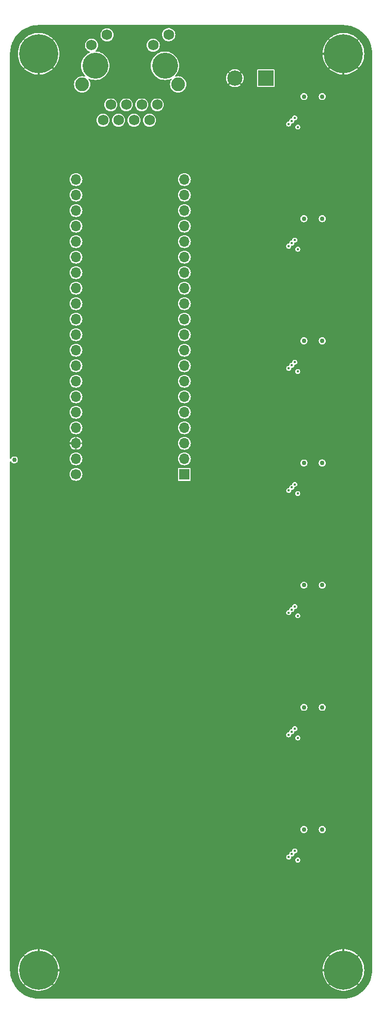
<source format=gbl>
G04 #@! TF.GenerationSoftware,KiCad,Pcbnew,7.0.11*
G04 #@! TF.CreationDate,2024-08-26T15:04:01-04:00*
G04 #@! TF.ProjectId,cluster-pcb,636c7573-7465-4722-9d70-63622e6b6963,1.1*
G04 #@! TF.SameCoordinates,Original*
G04 #@! TF.FileFunction,Copper,L4,Bot*
G04 #@! TF.FilePolarity,Positive*
%FSLAX46Y46*%
G04 Gerber Fmt 4.6, Leading zero omitted, Abs format (unit mm)*
G04 Created by KiCad (PCBNEW 7.0.11) date 2024-08-26 15:04:01*
%MOMM*%
%LPD*%
G01*
G04 APERTURE LIST*
G04 #@! TA.AperFunction,ComponentPad*
%ADD10R,2.500000X2.500000*%
G04 #@! TD*
G04 #@! TA.AperFunction,ComponentPad*
%ADD11C,2.500000*%
G04 #@! TD*
G04 #@! TA.AperFunction,ComponentPad*
%ADD12C,6.400000*%
G04 #@! TD*
G04 #@! TA.AperFunction,ComponentPad*
%ADD13C,2.250000*%
G04 #@! TD*
G04 #@! TA.AperFunction,ComponentPad*
%ADD14C,1.750000*%
G04 #@! TD*
G04 #@! TA.AperFunction,ComponentPad*
%ADD15C,4.250000*%
G04 #@! TD*
G04 #@! TA.AperFunction,ComponentPad*
%ADD16R,1.700000X1.700000*%
G04 #@! TD*
G04 #@! TA.AperFunction,ComponentPad*
%ADD17O,1.700000X1.700000*%
G04 #@! TD*
G04 #@! TA.AperFunction,ComponentPad*
%ADD18C,1.700000*%
G04 #@! TD*
G04 #@! TA.AperFunction,ViaPad*
%ADD19C,0.750000*%
G04 #@! TD*
G04 #@! TA.AperFunction,ViaPad*
%ADD20C,0.400000*%
G04 #@! TD*
G04 #@! TA.AperFunction,Conductor*
%ADD21C,0.300000*%
G04 #@! TD*
G04 APERTURE END LIST*
D10*
X114652500Y-30600000D03*
D11*
X109572500Y-30600000D03*
D12*
X127400000Y-176600000D03*
D13*
X100274998Y-31612500D03*
D14*
X98725000Y-23482500D03*
D15*
X98115000Y-28562500D03*
D14*
X96845000Y-34932500D03*
X96185000Y-25202500D03*
X95575000Y-37472500D03*
X94305000Y-34932500D03*
X93035000Y-37472500D03*
X91765000Y-34932500D03*
X90495000Y-37472500D03*
X89225000Y-34932500D03*
X88615000Y-23502500D03*
X87955000Y-37472500D03*
D15*
X86685000Y-28562500D03*
D14*
X86075000Y-25202500D03*
D13*
X84525002Y-31612500D03*
D16*
X101290000Y-95462500D03*
D17*
X101290000Y-92922500D03*
X101290000Y-90382500D03*
X101290000Y-87842500D03*
X101290000Y-85302500D03*
X101290000Y-82762500D03*
X101290000Y-80222500D03*
X101290000Y-77682500D03*
X101290000Y-75142500D03*
X101290000Y-72602500D03*
X101290000Y-70062500D03*
X101290000Y-67522500D03*
X101290000Y-64982500D03*
X101290000Y-62442500D03*
X101290000Y-59902500D03*
X101290000Y-57362500D03*
X101290000Y-54822500D03*
X101290000Y-52282500D03*
X101290000Y-49742500D03*
X101290000Y-47202500D03*
X83510000Y-47202500D03*
X83510000Y-49742500D03*
X83510000Y-52282500D03*
X83510000Y-54822500D03*
X83510000Y-57362500D03*
X83510000Y-59902500D03*
X83510000Y-62442500D03*
X83510000Y-64982500D03*
X83510000Y-67522500D03*
X83510000Y-70062500D03*
X83510000Y-72602500D03*
X83510000Y-75142500D03*
X83510000Y-77682500D03*
X83510000Y-80222500D03*
X83510000Y-82762500D03*
X83510000Y-85302500D03*
X83510000Y-87842500D03*
X83510000Y-90382500D03*
X83510000Y-92922500D03*
D18*
X83510000Y-95462500D03*
D12*
X77400000Y-26600000D03*
X127400000Y-26600000D03*
X77400000Y-176600000D03*
D19*
X125900000Y-119100000D03*
X125900000Y-140100000D03*
X122400000Y-93600000D03*
X125900000Y-159100000D03*
X125900000Y-42100000D03*
X125900000Y-120100000D03*
X125900000Y-41100000D03*
X122400000Y-73600000D03*
X125900000Y-59100000D03*
X125900000Y-142100000D03*
X125900000Y-40100000D03*
X125900000Y-39100000D03*
X125900000Y-141100000D03*
X125900000Y-139100000D03*
X125900000Y-61100000D03*
X125900000Y-81100000D03*
X79900000Y-44100000D03*
X125900000Y-122100000D03*
X125900000Y-62100000D03*
X125900000Y-60100000D03*
X125900000Y-99100000D03*
X122400000Y-133600000D03*
X125900000Y-161100000D03*
X125900000Y-121100000D03*
X125900000Y-162100000D03*
X125900000Y-100100000D03*
X125900000Y-102100000D03*
X122400000Y-53600000D03*
X125900000Y-80100000D03*
X125900000Y-160100000D03*
X125900000Y-101100000D03*
X122400000Y-113600000D03*
X122400000Y-33600000D03*
X125900000Y-79100000D03*
X125900000Y-82100000D03*
X122400000Y-153600000D03*
D20*
X118900000Y-37600000D03*
X118400000Y-38100000D03*
X118900000Y-57600000D03*
X118400000Y-58100000D03*
X119900000Y-118600000D03*
X119900000Y-98600000D03*
X119900000Y-158600000D03*
X119900000Y-38600000D03*
X119900000Y-58600000D03*
X119900000Y-78600000D03*
X119900000Y-138600000D03*
X119400000Y-117100000D03*
X119400000Y-37100000D03*
X119400000Y-57100000D03*
X119400000Y-137100000D03*
X119400000Y-77100000D03*
X119400000Y-157100000D03*
X119400000Y-97100000D03*
X118900000Y-77600000D03*
X118400000Y-78100000D03*
X118900000Y-97600000D03*
X118400000Y-98100000D03*
X118900000Y-117600000D03*
X118400000Y-118100000D03*
X118900000Y-137600000D03*
X118400000Y-138100000D03*
X118900000Y-157600000D03*
X118400000Y-158100000D03*
D19*
X123900000Y-113600000D03*
X123900000Y-73600000D03*
X123900000Y-53600000D03*
X73400000Y-93100000D03*
X123900000Y-153600000D03*
X123900000Y-133600000D03*
X123900000Y-93600000D03*
X123900000Y-33600000D03*
X120900000Y-113600000D03*
X120900000Y-33600000D03*
X120900000Y-153600000D03*
X120900000Y-53600000D03*
X120900000Y-93600000D03*
X120900000Y-73600000D03*
X120900000Y-133600000D03*
D21*
X125900000Y-100100000D02*
X125900000Y-101100000D01*
X122400000Y-113600000D02*
X122400000Y-115600000D01*
X125900000Y-140100000D02*
X125900000Y-141100000D01*
X125900000Y-60100000D02*
X125900000Y-61100000D01*
X125900000Y-59100000D02*
X125900000Y-60100000D01*
X125900000Y-120100000D02*
X125900000Y-121100000D01*
X106390000Y-33782500D02*
X109572500Y-30600000D01*
X127400000Y-163600000D02*
X127400000Y-176600000D01*
X125900000Y-81100000D02*
X125900000Y-82100000D01*
X127400000Y-26600000D02*
X127400000Y-37600000D01*
X122400000Y-155600000D02*
X125900000Y-159100000D01*
X122400000Y-115600000D02*
X125900000Y-119100000D01*
X125900000Y-80100000D02*
X125900000Y-81100000D01*
X125900000Y-41100000D02*
X125900000Y-42100000D01*
X125900000Y-139100000D02*
X125900000Y-140100000D01*
X122400000Y-95600000D02*
X125900000Y-99100000D01*
X125900000Y-119100000D02*
X125900000Y-120100000D01*
X77682500Y-90382500D02*
X77400000Y-90100000D01*
X125900000Y-161100000D02*
X125900000Y-162100000D01*
X122400000Y-33600000D02*
X122400000Y-35600000D01*
X109572500Y-30600000D02*
X113572500Y-26600000D01*
X127400000Y-37600000D02*
X125900000Y-39100000D01*
X125900000Y-141100000D02*
X125900000Y-142100000D01*
X79900000Y-44100000D02*
X77400000Y-44100000D01*
X125900000Y-142100000D02*
X125900000Y-159100000D01*
X122400000Y-133600000D02*
X122400000Y-135600000D01*
X122400000Y-31600000D02*
X127400000Y-26600000D01*
X83510000Y-90382500D02*
X77682500Y-90382500D01*
X125900000Y-62100000D02*
X125900000Y-79100000D01*
X122400000Y-33600000D02*
X122400000Y-31600000D01*
X125900000Y-82100000D02*
X125900000Y-99100000D01*
X125900000Y-159100000D02*
X125900000Y-160100000D01*
X125900000Y-102100000D02*
X125900000Y-119100000D01*
X113572500Y-26600000D02*
X127400000Y-26600000D01*
X125900000Y-121100000D02*
X125900000Y-122100000D01*
X77400000Y-26600000D02*
X84582500Y-33782500D01*
X125900000Y-122100000D02*
X125900000Y-139100000D01*
X122400000Y-135600000D02*
X125900000Y-139100000D01*
X125900000Y-160100000D02*
X125900000Y-161100000D01*
X122400000Y-53600000D02*
X122400000Y-55600000D01*
X122400000Y-55600000D02*
X125900000Y-59100000D01*
X84582500Y-33782500D02*
X106390000Y-33782500D01*
X125900000Y-162100000D02*
X127400000Y-163600000D01*
X125900000Y-101100000D02*
X125900000Y-102100000D01*
X125900000Y-42100000D02*
X125900000Y-59100000D01*
X125900000Y-39100000D02*
X125900000Y-40100000D01*
X122400000Y-73600000D02*
X122400000Y-75600000D01*
X125900000Y-40100000D02*
X125900000Y-41100000D01*
X77400000Y-26600000D02*
X77400000Y-44100000D01*
X122400000Y-35600000D02*
X125900000Y-39100000D01*
X122400000Y-93600000D02*
X122400000Y-95600000D01*
X77400000Y-44100000D02*
X77400000Y-90100000D01*
X125900000Y-61100000D02*
X125900000Y-62100000D01*
X122400000Y-75600000D02*
X125900000Y-79100000D01*
X77400000Y-176600000D02*
X127400000Y-176600000D01*
X77400000Y-90100000D02*
X77400000Y-176600000D01*
X122400000Y-153600000D02*
X122400000Y-155600000D01*
X125900000Y-99100000D02*
X125900000Y-100100000D01*
X125900000Y-79100000D02*
X125900000Y-80100000D01*
G04 #@! TA.AperFunction,Conductor*
G36*
X127402152Y-21900593D02*
G01*
X127805284Y-21918195D01*
X127813864Y-21918945D01*
X128211776Y-21971332D01*
X128220281Y-21972832D01*
X128331870Y-21997570D01*
X128612108Y-22059698D01*
X128620423Y-22061925D01*
X129003201Y-22182615D01*
X129011317Y-22185569D01*
X129382111Y-22339157D01*
X129389923Y-22342799D01*
X129622022Y-22463623D01*
X129745910Y-22528115D01*
X129753390Y-22532433D01*
X130091882Y-22748076D01*
X130098956Y-22753030D01*
X130334665Y-22933896D01*
X130417354Y-22997345D01*
X130423968Y-23002895D01*
X130719868Y-23274038D01*
X130725961Y-23280131D01*
X130929725Y-23502500D01*
X130997102Y-23576029D01*
X131002654Y-23582645D01*
X131246969Y-23901043D01*
X131251923Y-23908117D01*
X131467566Y-24246609D01*
X131471884Y-24254089D01*
X131657196Y-24610069D01*
X131660846Y-24617896D01*
X131814430Y-24988682D01*
X131817384Y-24996798D01*
X131938069Y-25379560D01*
X131940304Y-25387903D01*
X132027167Y-25779718D01*
X132028667Y-25788223D01*
X132081052Y-26186123D01*
X132081805Y-26194727D01*
X132099406Y-26597847D01*
X132099500Y-26602165D01*
X132099500Y-176597834D01*
X132099406Y-176602152D01*
X132081805Y-177005272D01*
X132081052Y-177013876D01*
X132028667Y-177411776D01*
X132027167Y-177420281D01*
X131940304Y-177812096D01*
X131938069Y-177820439D01*
X131817384Y-178203201D01*
X131814430Y-178211317D01*
X131660846Y-178582103D01*
X131657196Y-178589930D01*
X131471884Y-178945910D01*
X131467566Y-178953390D01*
X131251923Y-179291882D01*
X131246969Y-179298956D01*
X131002654Y-179617354D01*
X130997102Y-179623970D01*
X130725968Y-179919861D01*
X130719861Y-179925968D01*
X130423970Y-180197102D01*
X130417354Y-180202654D01*
X130098956Y-180446969D01*
X130091882Y-180451923D01*
X129753390Y-180667566D01*
X129745910Y-180671884D01*
X129389930Y-180857196D01*
X129382103Y-180860846D01*
X129011317Y-181014430D01*
X129003201Y-181017384D01*
X128620439Y-181138069D01*
X128612096Y-181140304D01*
X128220281Y-181227167D01*
X128211776Y-181228667D01*
X127813876Y-181281052D01*
X127805272Y-181281805D01*
X127402153Y-181299406D01*
X127397835Y-181299500D01*
X77402165Y-181299500D01*
X77397847Y-181299406D01*
X76994727Y-181281805D01*
X76986123Y-181281052D01*
X76588223Y-181228667D01*
X76579718Y-181227167D01*
X76187903Y-181140304D01*
X76179560Y-181138069D01*
X75796798Y-181017384D01*
X75788682Y-181014430D01*
X75417896Y-180860846D01*
X75410069Y-180857196D01*
X75054089Y-180671884D01*
X75046609Y-180667566D01*
X74708117Y-180451923D01*
X74701043Y-180446969D01*
X74382645Y-180202654D01*
X74376029Y-180197102D01*
X74117427Y-179960137D01*
X74080131Y-179925961D01*
X74074038Y-179919868D01*
X73802895Y-179623968D01*
X73797345Y-179617354D01*
X73553030Y-179298956D01*
X73548076Y-179291882D01*
X73332433Y-178953390D01*
X73328115Y-178945910D01*
X73142799Y-178589923D01*
X73139153Y-178582103D01*
X73116917Y-178528421D01*
X72985569Y-178211317D01*
X72982615Y-178203201D01*
X72981606Y-178200000D01*
X72861925Y-177820423D01*
X72859698Y-177812108D01*
X72772832Y-177420281D01*
X72771332Y-177411776D01*
X72718945Y-177013864D01*
X72718195Y-177005284D01*
X72700594Y-176602152D01*
X72700547Y-176600000D01*
X73995006Y-176600000D01*
X74014965Y-176968143D01*
X74074614Y-177331979D01*
X74173242Y-177687206D01*
X74173246Y-177687217D01*
X74309711Y-178029721D01*
X74482403Y-178355453D01*
X74689306Y-178660611D01*
X74689313Y-178660621D01*
X74922925Y-178935650D01*
X76199983Y-177658592D01*
X76265130Y-177734870D01*
X76341405Y-177800014D01*
X75067580Y-179073840D01*
X75195655Y-179195158D01*
X75489156Y-179418272D01*
X75489161Y-179418275D01*
X75805070Y-179608352D01*
X76139676Y-179763157D01*
X76489076Y-179880884D01*
X76849128Y-179960137D01*
X76849127Y-179960137D01*
X77215657Y-180000000D01*
X77584343Y-180000000D01*
X77950872Y-179960137D01*
X78310922Y-179880884D01*
X78310924Y-179880884D01*
X78660323Y-179763157D01*
X78994929Y-179608352D01*
X79310838Y-179418275D01*
X79310843Y-179418272D01*
X79604344Y-179195158D01*
X79732418Y-179073840D01*
X78458593Y-177800015D01*
X78534870Y-177734870D01*
X78600015Y-177658593D01*
X79877073Y-178935651D01*
X80110686Y-178660621D01*
X80110693Y-178660611D01*
X80317596Y-178355453D01*
X80490288Y-178029721D01*
X80626753Y-177687217D01*
X80626757Y-177687206D01*
X80725385Y-177331979D01*
X80785034Y-176968143D01*
X80804993Y-176600000D01*
X123995006Y-176600000D01*
X124014965Y-176968143D01*
X124074614Y-177331979D01*
X124173242Y-177687206D01*
X124173246Y-177687217D01*
X124309711Y-178029721D01*
X124482403Y-178355453D01*
X124689306Y-178660611D01*
X124689313Y-178660621D01*
X124922925Y-178935650D01*
X126199983Y-177658592D01*
X126265130Y-177734870D01*
X126341405Y-177800014D01*
X125067580Y-179073840D01*
X125195655Y-179195158D01*
X125489156Y-179418272D01*
X125489161Y-179418275D01*
X125805070Y-179608352D01*
X126139676Y-179763157D01*
X126489076Y-179880884D01*
X126849128Y-179960137D01*
X126849127Y-179960137D01*
X127215657Y-180000000D01*
X127584343Y-180000000D01*
X127950872Y-179960137D01*
X128310922Y-179880884D01*
X128310924Y-179880884D01*
X128660323Y-179763157D01*
X128994929Y-179608352D01*
X129310838Y-179418275D01*
X129310843Y-179418272D01*
X129604344Y-179195158D01*
X129732418Y-179073840D01*
X128458593Y-177800015D01*
X128534870Y-177734870D01*
X128600015Y-177658593D01*
X129877073Y-178935651D01*
X130110686Y-178660621D01*
X130110693Y-178660611D01*
X130317596Y-178355453D01*
X130490288Y-178029721D01*
X130626753Y-177687217D01*
X130626757Y-177687206D01*
X130725385Y-177331979D01*
X130785034Y-176968143D01*
X130804993Y-176600000D01*
X130785034Y-176231856D01*
X130725385Y-175868020D01*
X130626757Y-175512793D01*
X130626753Y-175512782D01*
X130490288Y-175170278D01*
X130317596Y-174844546D01*
X130110693Y-174539388D01*
X130110686Y-174539378D01*
X129877072Y-174264347D01*
X128600014Y-175541404D01*
X128534870Y-175465130D01*
X128458592Y-175399983D01*
X129732418Y-174126158D01*
X129604344Y-174004841D01*
X129310843Y-173781727D01*
X129310838Y-173781724D01*
X128994929Y-173591647D01*
X128660323Y-173436842D01*
X128310923Y-173319115D01*
X127950871Y-173239862D01*
X127950872Y-173239862D01*
X127584343Y-173200000D01*
X127215657Y-173200000D01*
X126849127Y-173239862D01*
X126489077Y-173319115D01*
X126489075Y-173319115D01*
X126139676Y-173436842D01*
X125805070Y-173591647D01*
X125489161Y-173781724D01*
X125489156Y-173781727D01*
X125195655Y-174004841D01*
X125067580Y-174126158D01*
X126341406Y-175399984D01*
X126265130Y-175465130D01*
X126199984Y-175541406D01*
X124922925Y-174264347D01*
X124689313Y-174539378D01*
X124689306Y-174539388D01*
X124482403Y-174844546D01*
X124309711Y-175170278D01*
X124173246Y-175512782D01*
X124173242Y-175512793D01*
X124074614Y-175868020D01*
X124014965Y-176231856D01*
X123995006Y-176600000D01*
X80804993Y-176600000D01*
X80785034Y-176231856D01*
X80725385Y-175868020D01*
X80626757Y-175512793D01*
X80626753Y-175512782D01*
X80490288Y-175170278D01*
X80317596Y-174844546D01*
X80110693Y-174539388D01*
X80110686Y-174539378D01*
X79877072Y-174264347D01*
X78600014Y-175541404D01*
X78534870Y-175465130D01*
X78458592Y-175399983D01*
X79732418Y-174126158D01*
X79604344Y-174004841D01*
X79310843Y-173781727D01*
X79310838Y-173781724D01*
X78994929Y-173591647D01*
X78660323Y-173436842D01*
X78310923Y-173319115D01*
X77950871Y-173239862D01*
X77950872Y-173239862D01*
X77584343Y-173200000D01*
X77215657Y-173200000D01*
X76849127Y-173239862D01*
X76489077Y-173319115D01*
X76489075Y-173319115D01*
X76139676Y-173436842D01*
X75805070Y-173591647D01*
X75489161Y-173781724D01*
X75489156Y-173781727D01*
X75195655Y-174004841D01*
X75067580Y-174126158D01*
X76341406Y-175399984D01*
X76265130Y-175465130D01*
X76199984Y-175541406D01*
X74922925Y-174264347D01*
X74689313Y-174539378D01*
X74689306Y-174539388D01*
X74482403Y-174844546D01*
X74309711Y-175170278D01*
X74173246Y-175512782D01*
X74173242Y-175512793D01*
X74074614Y-175868020D01*
X74014965Y-176231856D01*
X73995006Y-176600000D01*
X72700547Y-176600000D01*
X72700500Y-176597834D01*
X72700500Y-158600000D01*
X119494508Y-158600000D01*
X119514354Y-158725303D01*
X119514355Y-158725307D01*
X119569944Y-158834406D01*
X119571950Y-158838342D01*
X119661658Y-158928050D01*
X119774696Y-158985646D01*
X119900000Y-159005492D01*
X120025304Y-158985646D01*
X120138342Y-158928050D01*
X120228050Y-158838342D01*
X120285646Y-158725304D01*
X120305492Y-158600000D01*
X120285646Y-158474696D01*
X120228050Y-158361658D01*
X120138342Y-158271950D01*
X120134406Y-158269944D01*
X120025307Y-158214355D01*
X120025304Y-158214354D01*
X119900000Y-158194508D01*
X119774696Y-158214354D01*
X119774692Y-158214355D01*
X119661659Y-158271949D01*
X119571949Y-158361659D01*
X119514355Y-158474692D01*
X119514354Y-158474696D01*
X119494508Y-158599999D01*
X119494508Y-158600000D01*
X72700500Y-158600000D01*
X72700500Y-158100000D01*
X117994508Y-158100000D01*
X118009476Y-158194508D01*
X118014354Y-158225303D01*
X118014355Y-158225307D01*
X118038121Y-158271949D01*
X118071950Y-158338342D01*
X118161658Y-158428050D01*
X118274696Y-158485646D01*
X118400000Y-158505492D01*
X118525304Y-158485646D01*
X118638342Y-158428050D01*
X118728050Y-158338342D01*
X118785646Y-158225304D01*
X118805492Y-158100000D01*
X118805492Y-158099999D01*
X118806711Y-158092304D01*
X118809317Y-158092716D01*
X118824399Y-158046301D01*
X118873899Y-158010337D01*
X118892413Y-158007404D01*
X118892304Y-158006711D01*
X118900000Y-158005492D01*
X119025304Y-157985646D01*
X119138342Y-157928050D01*
X119228050Y-157838342D01*
X119285646Y-157725304D01*
X119305492Y-157600000D01*
X119306711Y-157592304D01*
X119309317Y-157592716D01*
X119324399Y-157546301D01*
X119373899Y-157510337D01*
X119392413Y-157507404D01*
X119392304Y-157506711D01*
X119400000Y-157505492D01*
X119525304Y-157485646D01*
X119638342Y-157428050D01*
X119728050Y-157338342D01*
X119785646Y-157225304D01*
X119805492Y-157100000D01*
X119785646Y-156974696D01*
X119728050Y-156861658D01*
X119638342Y-156771950D01*
X119634406Y-156769944D01*
X119525307Y-156714355D01*
X119525304Y-156714354D01*
X119400000Y-156694508D01*
X119274696Y-156714354D01*
X119274692Y-156714355D01*
X119161659Y-156771949D01*
X119071949Y-156861659D01*
X119014355Y-156974692D01*
X119014354Y-156974696D01*
X118993289Y-157107696D01*
X118990682Y-157107283D01*
X118975601Y-157153699D01*
X118926101Y-157189663D01*
X118907586Y-157192595D01*
X118907696Y-157193289D01*
X118774696Y-157214354D01*
X118774692Y-157214355D01*
X118661659Y-157271949D01*
X118571949Y-157361659D01*
X118514355Y-157474692D01*
X118514354Y-157474696D01*
X118493289Y-157607696D01*
X118490682Y-157607283D01*
X118475601Y-157653699D01*
X118426101Y-157689663D01*
X118407586Y-157692595D01*
X118407696Y-157693289D01*
X118274696Y-157714354D01*
X118274692Y-157714355D01*
X118161659Y-157771949D01*
X118071949Y-157861659D01*
X118014355Y-157974692D01*
X118014354Y-157974696D01*
X117994508Y-158100000D01*
X72700500Y-158100000D01*
X72700500Y-153600000D01*
X120319534Y-153600000D01*
X120339313Y-153750236D01*
X120397302Y-153890233D01*
X120489549Y-154010451D01*
X120609767Y-154102698D01*
X120749764Y-154160687D01*
X120862441Y-154175521D01*
X120899999Y-154180466D01*
X120900000Y-154180466D01*
X120900001Y-154180466D01*
X120930047Y-154176510D01*
X121050236Y-154160687D01*
X121190233Y-154102698D01*
X121310451Y-154010451D01*
X121402698Y-153890233D01*
X121460687Y-153750236D01*
X121480466Y-153600000D01*
X123319534Y-153600000D01*
X123339313Y-153750236D01*
X123397302Y-153890233D01*
X123489549Y-154010451D01*
X123609767Y-154102698D01*
X123749764Y-154160687D01*
X123862441Y-154175521D01*
X123899999Y-154180466D01*
X123900000Y-154180466D01*
X123900001Y-154180466D01*
X123930047Y-154176510D01*
X124050236Y-154160687D01*
X124190233Y-154102698D01*
X124310451Y-154010451D01*
X124402698Y-153890233D01*
X124460687Y-153750236D01*
X124480466Y-153600000D01*
X124460687Y-153449764D01*
X124402698Y-153309767D01*
X124310451Y-153189549D01*
X124190233Y-153097302D01*
X124050236Y-153039313D01*
X124050234Y-153039312D01*
X124050232Y-153039312D01*
X123900001Y-153019534D01*
X123899999Y-153019534D01*
X123749767Y-153039312D01*
X123749761Y-153039314D01*
X123609768Y-153097301D01*
X123489551Y-153189547D01*
X123489547Y-153189551D01*
X123397301Y-153309768D01*
X123339314Y-153449761D01*
X123339312Y-153449767D01*
X123319534Y-153599999D01*
X123319534Y-153600000D01*
X121480466Y-153600000D01*
X121460687Y-153449764D01*
X121402698Y-153309767D01*
X121310451Y-153189549D01*
X121190233Y-153097302D01*
X121050236Y-153039313D01*
X121050234Y-153039312D01*
X121050232Y-153039312D01*
X120900001Y-153019534D01*
X120899999Y-153019534D01*
X120749767Y-153039312D01*
X120749761Y-153039314D01*
X120609768Y-153097301D01*
X120489551Y-153189547D01*
X120489547Y-153189551D01*
X120397301Y-153309768D01*
X120339314Y-153449761D01*
X120339312Y-153449767D01*
X120319534Y-153599999D01*
X120319534Y-153600000D01*
X72700500Y-153600000D01*
X72700500Y-138600000D01*
X119494508Y-138600000D01*
X119514354Y-138725303D01*
X119514355Y-138725307D01*
X119569944Y-138834406D01*
X119571950Y-138838342D01*
X119661658Y-138928050D01*
X119774696Y-138985646D01*
X119900000Y-139005492D01*
X120025304Y-138985646D01*
X120138342Y-138928050D01*
X120228050Y-138838342D01*
X120285646Y-138725304D01*
X120305492Y-138600000D01*
X120285646Y-138474696D01*
X120228050Y-138361658D01*
X120138342Y-138271950D01*
X120134406Y-138269944D01*
X120025307Y-138214355D01*
X120025304Y-138214354D01*
X119900000Y-138194508D01*
X119774696Y-138214354D01*
X119774692Y-138214355D01*
X119661659Y-138271949D01*
X119571949Y-138361659D01*
X119514355Y-138474692D01*
X119514354Y-138474696D01*
X119494508Y-138599999D01*
X119494508Y-138600000D01*
X72700500Y-138600000D01*
X72700500Y-138100000D01*
X117994508Y-138100000D01*
X118009476Y-138194508D01*
X118014354Y-138225303D01*
X118014355Y-138225307D01*
X118038121Y-138271949D01*
X118071950Y-138338342D01*
X118161658Y-138428050D01*
X118274696Y-138485646D01*
X118400000Y-138505492D01*
X118525304Y-138485646D01*
X118638342Y-138428050D01*
X118728050Y-138338342D01*
X118785646Y-138225304D01*
X118805492Y-138100000D01*
X118805492Y-138099999D01*
X118806711Y-138092304D01*
X118809317Y-138092716D01*
X118824399Y-138046301D01*
X118873899Y-138010337D01*
X118892413Y-138007404D01*
X118892304Y-138006711D01*
X118900000Y-138005492D01*
X119025304Y-137985646D01*
X119138342Y-137928050D01*
X119228050Y-137838342D01*
X119285646Y-137725304D01*
X119305492Y-137600000D01*
X119306711Y-137592304D01*
X119309317Y-137592716D01*
X119324399Y-137546301D01*
X119373899Y-137510337D01*
X119392413Y-137507404D01*
X119392304Y-137506711D01*
X119400000Y-137505492D01*
X119525304Y-137485646D01*
X119638342Y-137428050D01*
X119728050Y-137338342D01*
X119785646Y-137225304D01*
X119805492Y-137100000D01*
X119785646Y-136974696D01*
X119728050Y-136861658D01*
X119638342Y-136771950D01*
X119634406Y-136769944D01*
X119525307Y-136714355D01*
X119525304Y-136714354D01*
X119400000Y-136694508D01*
X119274696Y-136714354D01*
X119274692Y-136714355D01*
X119161659Y-136771949D01*
X119071949Y-136861659D01*
X119014355Y-136974692D01*
X119014354Y-136974696D01*
X118993289Y-137107696D01*
X118990682Y-137107283D01*
X118975601Y-137153699D01*
X118926101Y-137189663D01*
X118907586Y-137192595D01*
X118907696Y-137193289D01*
X118774696Y-137214354D01*
X118774692Y-137214355D01*
X118661659Y-137271949D01*
X118571949Y-137361659D01*
X118514355Y-137474692D01*
X118514354Y-137474696D01*
X118493289Y-137607696D01*
X118490682Y-137607283D01*
X118475601Y-137653699D01*
X118426101Y-137689663D01*
X118407586Y-137692595D01*
X118407696Y-137693289D01*
X118274696Y-137714354D01*
X118274692Y-137714355D01*
X118161659Y-137771949D01*
X118071949Y-137861659D01*
X118014355Y-137974692D01*
X118014354Y-137974696D01*
X117994508Y-138100000D01*
X72700500Y-138100000D01*
X72700500Y-133600000D01*
X120319534Y-133600000D01*
X120339313Y-133750236D01*
X120397302Y-133890233D01*
X120489549Y-134010451D01*
X120609767Y-134102698D01*
X120749764Y-134160687D01*
X120862441Y-134175521D01*
X120899999Y-134180466D01*
X120900000Y-134180466D01*
X120900001Y-134180466D01*
X120930047Y-134176510D01*
X121050236Y-134160687D01*
X121190233Y-134102698D01*
X121310451Y-134010451D01*
X121402698Y-133890233D01*
X121460687Y-133750236D01*
X121480466Y-133600000D01*
X123319534Y-133600000D01*
X123339313Y-133750236D01*
X123397302Y-133890233D01*
X123489549Y-134010451D01*
X123609767Y-134102698D01*
X123749764Y-134160687D01*
X123862441Y-134175521D01*
X123899999Y-134180466D01*
X123900000Y-134180466D01*
X123900001Y-134180466D01*
X123930047Y-134176510D01*
X124050236Y-134160687D01*
X124190233Y-134102698D01*
X124310451Y-134010451D01*
X124402698Y-133890233D01*
X124460687Y-133750236D01*
X124480466Y-133600000D01*
X124460687Y-133449764D01*
X124402698Y-133309767D01*
X124310451Y-133189549D01*
X124190233Y-133097302D01*
X124050236Y-133039313D01*
X124050234Y-133039312D01*
X124050232Y-133039312D01*
X123900001Y-133019534D01*
X123899999Y-133019534D01*
X123749767Y-133039312D01*
X123749761Y-133039314D01*
X123609768Y-133097301D01*
X123489551Y-133189547D01*
X123489547Y-133189551D01*
X123397301Y-133309768D01*
X123339314Y-133449761D01*
X123339312Y-133449767D01*
X123319534Y-133599999D01*
X123319534Y-133600000D01*
X121480466Y-133600000D01*
X121460687Y-133449764D01*
X121402698Y-133309767D01*
X121310451Y-133189549D01*
X121190233Y-133097302D01*
X121050236Y-133039313D01*
X121050234Y-133039312D01*
X121050232Y-133039312D01*
X120900001Y-133019534D01*
X120899999Y-133019534D01*
X120749767Y-133039312D01*
X120749761Y-133039314D01*
X120609768Y-133097301D01*
X120489551Y-133189547D01*
X120489547Y-133189551D01*
X120397301Y-133309768D01*
X120339314Y-133449761D01*
X120339312Y-133449767D01*
X120319534Y-133599999D01*
X120319534Y-133600000D01*
X72700500Y-133600000D01*
X72700500Y-118600000D01*
X119494508Y-118600000D01*
X119514354Y-118725303D01*
X119514355Y-118725307D01*
X119569944Y-118834406D01*
X119571950Y-118838342D01*
X119661658Y-118928050D01*
X119774696Y-118985646D01*
X119900000Y-119005492D01*
X120025304Y-118985646D01*
X120138342Y-118928050D01*
X120228050Y-118838342D01*
X120285646Y-118725304D01*
X120305492Y-118600000D01*
X120285646Y-118474696D01*
X120228050Y-118361658D01*
X120138342Y-118271950D01*
X120134406Y-118269944D01*
X120025307Y-118214355D01*
X120025304Y-118214354D01*
X119900000Y-118194508D01*
X119774696Y-118214354D01*
X119774692Y-118214355D01*
X119661659Y-118271949D01*
X119571949Y-118361659D01*
X119514355Y-118474692D01*
X119514354Y-118474696D01*
X119494508Y-118599999D01*
X119494508Y-118600000D01*
X72700500Y-118600000D01*
X72700500Y-118100000D01*
X117994508Y-118100000D01*
X118009476Y-118194508D01*
X118014354Y-118225303D01*
X118014355Y-118225307D01*
X118038121Y-118271949D01*
X118071950Y-118338342D01*
X118161658Y-118428050D01*
X118274696Y-118485646D01*
X118400000Y-118505492D01*
X118525304Y-118485646D01*
X118638342Y-118428050D01*
X118728050Y-118338342D01*
X118785646Y-118225304D01*
X118805492Y-118100000D01*
X118805492Y-118099999D01*
X118806711Y-118092304D01*
X118809317Y-118092716D01*
X118824399Y-118046301D01*
X118873899Y-118010337D01*
X118892413Y-118007404D01*
X118892304Y-118006711D01*
X118900000Y-118005492D01*
X119025304Y-117985646D01*
X119138342Y-117928050D01*
X119228050Y-117838342D01*
X119285646Y-117725304D01*
X119305492Y-117600000D01*
X119306711Y-117592304D01*
X119309317Y-117592716D01*
X119324399Y-117546301D01*
X119373899Y-117510337D01*
X119392413Y-117507404D01*
X119392304Y-117506711D01*
X119400000Y-117505492D01*
X119525304Y-117485646D01*
X119638342Y-117428050D01*
X119728050Y-117338342D01*
X119785646Y-117225304D01*
X119805492Y-117100000D01*
X119785646Y-116974696D01*
X119728050Y-116861658D01*
X119638342Y-116771950D01*
X119634406Y-116769944D01*
X119525307Y-116714355D01*
X119525304Y-116714354D01*
X119400000Y-116694508D01*
X119274696Y-116714354D01*
X119274692Y-116714355D01*
X119161659Y-116771949D01*
X119071949Y-116861659D01*
X119014355Y-116974692D01*
X119014354Y-116974696D01*
X118993289Y-117107696D01*
X118990682Y-117107283D01*
X118975601Y-117153699D01*
X118926101Y-117189663D01*
X118907586Y-117192595D01*
X118907696Y-117193289D01*
X118774696Y-117214354D01*
X118774692Y-117214355D01*
X118661659Y-117271949D01*
X118571949Y-117361659D01*
X118514355Y-117474692D01*
X118514354Y-117474696D01*
X118493289Y-117607696D01*
X118490682Y-117607283D01*
X118475601Y-117653699D01*
X118426101Y-117689663D01*
X118407586Y-117692595D01*
X118407696Y-117693289D01*
X118274696Y-117714354D01*
X118274692Y-117714355D01*
X118161659Y-117771949D01*
X118071949Y-117861659D01*
X118014355Y-117974692D01*
X118014354Y-117974696D01*
X117994508Y-118100000D01*
X72700500Y-118100000D01*
X72700500Y-113600000D01*
X120319534Y-113600000D01*
X120339313Y-113750236D01*
X120397302Y-113890233D01*
X120489549Y-114010451D01*
X120609767Y-114102698D01*
X120749764Y-114160687D01*
X120862441Y-114175521D01*
X120899999Y-114180466D01*
X120900000Y-114180466D01*
X120900001Y-114180466D01*
X120930047Y-114176510D01*
X121050236Y-114160687D01*
X121190233Y-114102698D01*
X121310451Y-114010451D01*
X121402698Y-113890233D01*
X121460687Y-113750236D01*
X121480466Y-113600000D01*
X123319534Y-113600000D01*
X123339313Y-113750236D01*
X123397302Y-113890233D01*
X123489549Y-114010451D01*
X123609767Y-114102698D01*
X123749764Y-114160687D01*
X123862441Y-114175521D01*
X123899999Y-114180466D01*
X123900000Y-114180466D01*
X123900001Y-114180466D01*
X123930047Y-114176510D01*
X124050236Y-114160687D01*
X124190233Y-114102698D01*
X124310451Y-114010451D01*
X124402698Y-113890233D01*
X124460687Y-113750236D01*
X124480466Y-113600000D01*
X124460687Y-113449764D01*
X124402698Y-113309767D01*
X124310451Y-113189549D01*
X124190233Y-113097302D01*
X124050236Y-113039313D01*
X124050234Y-113039312D01*
X124050232Y-113039312D01*
X123900001Y-113019534D01*
X123899999Y-113019534D01*
X123749767Y-113039312D01*
X123749761Y-113039314D01*
X123609768Y-113097301D01*
X123489551Y-113189547D01*
X123489547Y-113189551D01*
X123397301Y-113309768D01*
X123339314Y-113449761D01*
X123339312Y-113449767D01*
X123319534Y-113599999D01*
X123319534Y-113600000D01*
X121480466Y-113600000D01*
X121460687Y-113449764D01*
X121402698Y-113309767D01*
X121310451Y-113189549D01*
X121190233Y-113097302D01*
X121050236Y-113039313D01*
X121050234Y-113039312D01*
X121050232Y-113039312D01*
X120900001Y-113019534D01*
X120899999Y-113019534D01*
X120749767Y-113039312D01*
X120749761Y-113039314D01*
X120609768Y-113097301D01*
X120489551Y-113189547D01*
X120489547Y-113189551D01*
X120397301Y-113309768D01*
X120339314Y-113449761D01*
X120339312Y-113449767D01*
X120319534Y-113599999D01*
X120319534Y-113600000D01*
X72700500Y-113600000D01*
X72700500Y-98600000D01*
X119494508Y-98600000D01*
X119514354Y-98725303D01*
X119514355Y-98725307D01*
X119569944Y-98834406D01*
X119571950Y-98838342D01*
X119661658Y-98928050D01*
X119774696Y-98985646D01*
X119900000Y-99005492D01*
X120025304Y-98985646D01*
X120138342Y-98928050D01*
X120228050Y-98838342D01*
X120285646Y-98725304D01*
X120305492Y-98600000D01*
X120285646Y-98474696D01*
X120228050Y-98361658D01*
X120138342Y-98271950D01*
X120134406Y-98269944D01*
X120025307Y-98214355D01*
X120025304Y-98214354D01*
X119900000Y-98194508D01*
X119774696Y-98214354D01*
X119774692Y-98214355D01*
X119661659Y-98271949D01*
X119571949Y-98361659D01*
X119514355Y-98474692D01*
X119514354Y-98474696D01*
X119494508Y-98599999D01*
X119494508Y-98600000D01*
X72700500Y-98600000D01*
X72700500Y-98100000D01*
X117994508Y-98100000D01*
X118009476Y-98194508D01*
X118014354Y-98225303D01*
X118014355Y-98225307D01*
X118038121Y-98271949D01*
X118071950Y-98338342D01*
X118161658Y-98428050D01*
X118274696Y-98485646D01*
X118400000Y-98505492D01*
X118525304Y-98485646D01*
X118638342Y-98428050D01*
X118728050Y-98338342D01*
X118785646Y-98225304D01*
X118805492Y-98100000D01*
X118805492Y-98099999D01*
X118806711Y-98092304D01*
X118809317Y-98092716D01*
X118824399Y-98046301D01*
X118873899Y-98010337D01*
X118892413Y-98007404D01*
X118892304Y-98006711D01*
X118900000Y-98005492D01*
X119025304Y-97985646D01*
X119138342Y-97928050D01*
X119228050Y-97838342D01*
X119285646Y-97725304D01*
X119305492Y-97600000D01*
X119306711Y-97592304D01*
X119309317Y-97592716D01*
X119324399Y-97546301D01*
X119373899Y-97510337D01*
X119392413Y-97507404D01*
X119392304Y-97506711D01*
X119400000Y-97505492D01*
X119525304Y-97485646D01*
X119638342Y-97428050D01*
X119728050Y-97338342D01*
X119785646Y-97225304D01*
X119805492Y-97100000D01*
X119785646Y-96974696D01*
X119728050Y-96861658D01*
X119638342Y-96771950D01*
X119634406Y-96769944D01*
X119525307Y-96714355D01*
X119525304Y-96714354D01*
X119400000Y-96694508D01*
X119274696Y-96714354D01*
X119274692Y-96714355D01*
X119161659Y-96771949D01*
X119071949Y-96861659D01*
X119014355Y-96974692D01*
X119014354Y-96974696D01*
X118993289Y-97107696D01*
X118990682Y-97107283D01*
X118975601Y-97153699D01*
X118926101Y-97189663D01*
X118907586Y-97192595D01*
X118907696Y-97193289D01*
X118774696Y-97214354D01*
X118774692Y-97214355D01*
X118661659Y-97271949D01*
X118571949Y-97361659D01*
X118514355Y-97474692D01*
X118514354Y-97474696D01*
X118493289Y-97607696D01*
X118490682Y-97607283D01*
X118475601Y-97653699D01*
X118426101Y-97689663D01*
X118407586Y-97692595D01*
X118407696Y-97693289D01*
X118274696Y-97714354D01*
X118274692Y-97714355D01*
X118161659Y-97771949D01*
X118071949Y-97861659D01*
X118014355Y-97974692D01*
X118014354Y-97974696D01*
X117994508Y-98100000D01*
X72700500Y-98100000D01*
X72700500Y-95462503D01*
X82454417Y-95462503D01*
X82474698Y-95668429D01*
X82474699Y-95668434D01*
X82534768Y-95866454D01*
X82632316Y-96048952D01*
X82763585Y-96208904D01*
X82763590Y-96208910D01*
X82763595Y-96208914D01*
X82923547Y-96340183D01*
X82923548Y-96340183D01*
X82923550Y-96340185D01*
X83106046Y-96437732D01*
X83243997Y-96479578D01*
X83304065Y-96497800D01*
X83304070Y-96497801D01*
X83509997Y-96518083D01*
X83510000Y-96518083D01*
X83510003Y-96518083D01*
X83715929Y-96497801D01*
X83715934Y-96497800D01*
X83913954Y-96437732D01*
X84096450Y-96340185D01*
X84106124Y-96332246D01*
X100239500Y-96332246D01*
X100239501Y-96332258D01*
X100251132Y-96390727D01*
X100251134Y-96390733D01*
X100295445Y-96457048D01*
X100295448Y-96457052D01*
X100361769Y-96501367D01*
X100406231Y-96510211D01*
X100420241Y-96512998D01*
X100420246Y-96512998D01*
X100420252Y-96513000D01*
X100420253Y-96513000D01*
X102159747Y-96513000D01*
X102159748Y-96513000D01*
X102218231Y-96501367D01*
X102284552Y-96457052D01*
X102328867Y-96390731D01*
X102340500Y-96332248D01*
X102340500Y-94592752D01*
X102338921Y-94584816D01*
X102337711Y-94578731D01*
X102328867Y-94534269D01*
X102284552Y-94467948D01*
X102284548Y-94467945D01*
X102218233Y-94423634D01*
X102218231Y-94423633D01*
X102218228Y-94423632D01*
X102218227Y-94423632D01*
X102159758Y-94412001D01*
X102159748Y-94412000D01*
X100420252Y-94412000D01*
X100420251Y-94412000D01*
X100420241Y-94412001D01*
X100361772Y-94423632D01*
X100361766Y-94423634D01*
X100295451Y-94467945D01*
X100295445Y-94467951D01*
X100251134Y-94534266D01*
X100251132Y-94534272D01*
X100239501Y-94592741D01*
X100239500Y-94592753D01*
X100239500Y-96332246D01*
X84106124Y-96332246D01*
X84256410Y-96208910D01*
X84387685Y-96048950D01*
X84485232Y-95866454D01*
X84545300Y-95668434D01*
X84545301Y-95668429D01*
X84565583Y-95462503D01*
X84565583Y-95462496D01*
X84545301Y-95256570D01*
X84545300Y-95256565D01*
X84527078Y-95196497D01*
X84485232Y-95058546D01*
X84387685Y-94876050D01*
X84256410Y-94716090D01*
X84106123Y-94592753D01*
X84096452Y-94584816D01*
X83913954Y-94487268D01*
X83715934Y-94427199D01*
X83715929Y-94427198D01*
X83510003Y-94406917D01*
X83509997Y-94406917D01*
X83304070Y-94427198D01*
X83304065Y-94427199D01*
X83106045Y-94487268D01*
X82923547Y-94584816D01*
X82763595Y-94716085D01*
X82763585Y-94716095D01*
X82632316Y-94876047D01*
X82534768Y-95058545D01*
X82474699Y-95256565D01*
X82474698Y-95256570D01*
X82454417Y-95462496D01*
X82454417Y-95462503D01*
X72700500Y-95462503D01*
X72700500Y-93412818D01*
X72719407Y-93354627D01*
X72768907Y-93318663D01*
X72830093Y-93318663D01*
X72879593Y-93354627D01*
X72890964Y-93374933D01*
X72897300Y-93390230D01*
X72897301Y-93390231D01*
X72897302Y-93390233D01*
X72989549Y-93510451D01*
X73109767Y-93602698D01*
X73249764Y-93660687D01*
X73362441Y-93675521D01*
X73399999Y-93680466D01*
X73400000Y-93680466D01*
X73400001Y-93680466D01*
X73430047Y-93676510D01*
X73550236Y-93660687D01*
X73690233Y-93602698D01*
X73810451Y-93510451D01*
X73902698Y-93390233D01*
X73960687Y-93250236D01*
X73980466Y-93100000D01*
X73960687Y-92949764D01*
X73949395Y-92922503D01*
X82454417Y-92922503D01*
X82474698Y-93128429D01*
X82474699Y-93128434D01*
X82534768Y-93326454D01*
X82632316Y-93508952D01*
X82763585Y-93668904D01*
X82763590Y-93668910D01*
X82763595Y-93668914D01*
X82923547Y-93800183D01*
X82923548Y-93800183D01*
X82923550Y-93800185D01*
X83106046Y-93897732D01*
X83243997Y-93939578D01*
X83304065Y-93957800D01*
X83304070Y-93957801D01*
X83509997Y-93978083D01*
X83510000Y-93978083D01*
X83510003Y-93978083D01*
X83715929Y-93957801D01*
X83715934Y-93957800D01*
X83913954Y-93897732D01*
X84096450Y-93800185D01*
X84256410Y-93668910D01*
X84387685Y-93508950D01*
X84485232Y-93326454D01*
X84545300Y-93128434D01*
X84545301Y-93128429D01*
X84565583Y-92922503D01*
X100234417Y-92922503D01*
X100254698Y-93128429D01*
X100254699Y-93128434D01*
X100314768Y-93326454D01*
X100412316Y-93508952D01*
X100543585Y-93668904D01*
X100543590Y-93668910D01*
X100543595Y-93668914D01*
X100703547Y-93800183D01*
X100703548Y-93800183D01*
X100703550Y-93800185D01*
X100886046Y-93897732D01*
X101023997Y-93939578D01*
X101084065Y-93957800D01*
X101084070Y-93957801D01*
X101289997Y-93978083D01*
X101290000Y-93978083D01*
X101290003Y-93978083D01*
X101495929Y-93957801D01*
X101495934Y-93957800D01*
X101693954Y-93897732D01*
X101876450Y-93800185D01*
X102036410Y-93668910D01*
X102092963Y-93600000D01*
X120319534Y-93600000D01*
X120330127Y-93680466D01*
X120339313Y-93750236D01*
X120397302Y-93890233D01*
X120489549Y-94010451D01*
X120609767Y-94102698D01*
X120749764Y-94160687D01*
X120862441Y-94175521D01*
X120899999Y-94180466D01*
X120900000Y-94180466D01*
X120900001Y-94180466D01*
X120930047Y-94176510D01*
X121050236Y-94160687D01*
X121190233Y-94102698D01*
X121310451Y-94010451D01*
X121402698Y-93890233D01*
X121460687Y-93750236D01*
X121480466Y-93600000D01*
X123319534Y-93600000D01*
X123330127Y-93680466D01*
X123339313Y-93750236D01*
X123397302Y-93890233D01*
X123489549Y-94010451D01*
X123609767Y-94102698D01*
X123749764Y-94160687D01*
X123862441Y-94175521D01*
X123899999Y-94180466D01*
X123900000Y-94180466D01*
X123900001Y-94180466D01*
X123930047Y-94176510D01*
X124050236Y-94160687D01*
X124190233Y-94102698D01*
X124310451Y-94010451D01*
X124402698Y-93890233D01*
X124460687Y-93750236D01*
X124480466Y-93600000D01*
X124460687Y-93449764D01*
X124402698Y-93309767D01*
X124310451Y-93189549D01*
X124190233Y-93097302D01*
X124050236Y-93039313D01*
X124050234Y-93039312D01*
X124050232Y-93039312D01*
X123900001Y-93019534D01*
X123899999Y-93019534D01*
X123749767Y-93039312D01*
X123749761Y-93039314D01*
X123609768Y-93097301D01*
X123489551Y-93189547D01*
X123489547Y-93189551D01*
X123397301Y-93309768D01*
X123339314Y-93449761D01*
X123339312Y-93449767D01*
X123319534Y-93599999D01*
X123319534Y-93600000D01*
X121480466Y-93600000D01*
X121460687Y-93449764D01*
X121402698Y-93309767D01*
X121310451Y-93189549D01*
X121190233Y-93097302D01*
X121050236Y-93039313D01*
X121050234Y-93039312D01*
X121050232Y-93039312D01*
X120900001Y-93019534D01*
X120899999Y-93019534D01*
X120749767Y-93039312D01*
X120749761Y-93039314D01*
X120609768Y-93097301D01*
X120489551Y-93189547D01*
X120489547Y-93189551D01*
X120397301Y-93309768D01*
X120339314Y-93449761D01*
X120339312Y-93449767D01*
X120319534Y-93599999D01*
X120319534Y-93600000D01*
X102092963Y-93600000D01*
X102167685Y-93508950D01*
X102265232Y-93326454D01*
X102325300Y-93128434D01*
X102325301Y-93128429D01*
X102345583Y-92922503D01*
X102345583Y-92922496D01*
X102325301Y-92716570D01*
X102325300Y-92716565D01*
X102289122Y-92597302D01*
X102265232Y-92518546D01*
X102167685Y-92336050D01*
X102036410Y-92176090D01*
X102036404Y-92176085D01*
X101876452Y-92044816D01*
X101693954Y-91947268D01*
X101495934Y-91887199D01*
X101495929Y-91887198D01*
X101290003Y-91866917D01*
X101289997Y-91866917D01*
X101084070Y-91887198D01*
X101084065Y-91887199D01*
X100886045Y-91947268D01*
X100703547Y-92044816D01*
X100543595Y-92176085D01*
X100543585Y-92176095D01*
X100412316Y-92336047D01*
X100314768Y-92518545D01*
X100254699Y-92716565D01*
X100254698Y-92716570D01*
X100234417Y-92922496D01*
X100234417Y-92922503D01*
X84565583Y-92922503D01*
X84565583Y-92922496D01*
X84545301Y-92716570D01*
X84545300Y-92716565D01*
X84509122Y-92597302D01*
X84485232Y-92518546D01*
X84387685Y-92336050D01*
X84256410Y-92176090D01*
X84256404Y-92176085D01*
X84096452Y-92044816D01*
X83913954Y-91947268D01*
X83715934Y-91887199D01*
X83715929Y-91887198D01*
X83510003Y-91866917D01*
X83509997Y-91866917D01*
X83304070Y-91887198D01*
X83304065Y-91887199D01*
X83106045Y-91947268D01*
X82923547Y-92044816D01*
X82763595Y-92176085D01*
X82763585Y-92176095D01*
X82632316Y-92336047D01*
X82534768Y-92518545D01*
X82474699Y-92716565D01*
X82474698Y-92716570D01*
X82454417Y-92922496D01*
X82454417Y-92922503D01*
X73949395Y-92922503D01*
X73902698Y-92809767D01*
X73810451Y-92689549D01*
X73690233Y-92597302D01*
X73550236Y-92539313D01*
X73550234Y-92539312D01*
X73550232Y-92539312D01*
X73400001Y-92519534D01*
X73399999Y-92519534D01*
X73249767Y-92539312D01*
X73249761Y-92539314D01*
X73109768Y-92597301D01*
X72989551Y-92689547D01*
X72989547Y-92689551D01*
X72897301Y-92809767D01*
X72890964Y-92825068D01*
X72851226Y-92871593D01*
X72791731Y-92885876D01*
X72735204Y-92862460D01*
X72703235Y-92810291D01*
X72700500Y-92787181D01*
X72700500Y-90482500D01*
X82464767Y-90482500D01*
X82475190Y-90588331D01*
X82475191Y-90588336D01*
X82535232Y-90786262D01*
X82535234Y-90786267D01*
X82632724Y-90968660D01*
X82632731Y-90968670D01*
X82763940Y-91128550D01*
X82763949Y-91128559D01*
X82923829Y-91259768D01*
X82923839Y-91259775D01*
X83106232Y-91357265D01*
X83106237Y-91357267D01*
X83304166Y-91417308D01*
X83409998Y-91427731D01*
X83410000Y-91427730D01*
X83410000Y-90873264D01*
X83474237Y-90882500D01*
X83545763Y-90882500D01*
X83610000Y-90873264D01*
X83610000Y-91427730D01*
X83610001Y-91427731D01*
X83715833Y-91417308D01*
X83913762Y-91357267D01*
X83913767Y-91357265D01*
X84096160Y-91259775D01*
X84096170Y-91259768D01*
X84256050Y-91128559D01*
X84256059Y-91128550D01*
X84387268Y-90968670D01*
X84387275Y-90968660D01*
X84484765Y-90786267D01*
X84484767Y-90786262D01*
X84544808Y-90588336D01*
X84544809Y-90588331D01*
X84555232Y-90482500D01*
X84001746Y-90482500D01*
X84010000Y-90454389D01*
X84010000Y-90382503D01*
X100234417Y-90382503D01*
X100254698Y-90588429D01*
X100254699Y-90588434D01*
X100314768Y-90786454D01*
X100412316Y-90968952D01*
X100543302Y-91128559D01*
X100543590Y-91128910D01*
X100543595Y-91128914D01*
X100703547Y-91260183D01*
X100703548Y-91260183D01*
X100703550Y-91260185D01*
X100886046Y-91357732D01*
X101023997Y-91399578D01*
X101084065Y-91417800D01*
X101084070Y-91417801D01*
X101289997Y-91438083D01*
X101290000Y-91438083D01*
X101290003Y-91438083D01*
X101495929Y-91417801D01*
X101495934Y-91417800D01*
X101497556Y-91417308D01*
X101693954Y-91357732D01*
X101876450Y-91260185D01*
X102036410Y-91128910D01*
X102167685Y-90968950D01*
X102265232Y-90786454D01*
X102325300Y-90588434D01*
X102325301Y-90588429D01*
X102345583Y-90382503D01*
X102345583Y-90382496D01*
X102325301Y-90176570D01*
X102325300Y-90176565D01*
X102287423Y-90051702D01*
X102265232Y-89978546D01*
X102167685Y-89796050D01*
X102036410Y-89636090D01*
X102036404Y-89636085D01*
X101876452Y-89504816D01*
X101693954Y-89407268D01*
X101495934Y-89347199D01*
X101495929Y-89347198D01*
X101290003Y-89326917D01*
X101289997Y-89326917D01*
X101084070Y-89347198D01*
X101084065Y-89347199D01*
X100886045Y-89407268D01*
X100703547Y-89504816D01*
X100543595Y-89636085D01*
X100543585Y-89636095D01*
X100412316Y-89796047D01*
X100314768Y-89978545D01*
X100254699Y-90176565D01*
X100254698Y-90176570D01*
X100234417Y-90382496D01*
X100234417Y-90382503D01*
X84010000Y-90382503D01*
X84010000Y-90310611D01*
X84001746Y-90282500D01*
X84555232Y-90282500D01*
X84555232Y-90282499D01*
X84544809Y-90176668D01*
X84544808Y-90176663D01*
X84484767Y-89978737D01*
X84484765Y-89978732D01*
X84387275Y-89796339D01*
X84387268Y-89796329D01*
X84256059Y-89636449D01*
X84256050Y-89636440D01*
X84096170Y-89505231D01*
X84096160Y-89505224D01*
X83913767Y-89407734D01*
X83913762Y-89407732D01*
X83715836Y-89347691D01*
X83715831Y-89347690D01*
X83610000Y-89337267D01*
X83610000Y-89891735D01*
X83545763Y-89882500D01*
X83474237Y-89882500D01*
X83410000Y-89891735D01*
X83410000Y-89337267D01*
X83409999Y-89337267D01*
X83304168Y-89347690D01*
X83304163Y-89347691D01*
X83106237Y-89407732D01*
X83106232Y-89407734D01*
X82923839Y-89505224D01*
X82923829Y-89505231D01*
X82763949Y-89636440D01*
X82763940Y-89636449D01*
X82632731Y-89796329D01*
X82632724Y-89796339D01*
X82535234Y-89978732D01*
X82535232Y-89978737D01*
X82475191Y-90176663D01*
X82475190Y-90176668D01*
X82464767Y-90282499D01*
X82464768Y-90282500D01*
X83018254Y-90282500D01*
X83010000Y-90310611D01*
X83010000Y-90454389D01*
X83018254Y-90482500D01*
X82464767Y-90482500D01*
X72700500Y-90482500D01*
X72700500Y-87842503D01*
X82454417Y-87842503D01*
X82474698Y-88048429D01*
X82474699Y-88048434D01*
X82534768Y-88246454D01*
X82632316Y-88428952D01*
X82763585Y-88588904D01*
X82763590Y-88588910D01*
X82763595Y-88588914D01*
X82923547Y-88720183D01*
X82923548Y-88720183D01*
X82923550Y-88720185D01*
X83106046Y-88817732D01*
X83243997Y-88859578D01*
X83304065Y-88877800D01*
X83304070Y-88877801D01*
X83509997Y-88898083D01*
X83510000Y-88898083D01*
X83510003Y-88898083D01*
X83715929Y-88877801D01*
X83715934Y-88877800D01*
X83913954Y-88817732D01*
X84096450Y-88720185D01*
X84256410Y-88588910D01*
X84387685Y-88428950D01*
X84485232Y-88246454D01*
X84545300Y-88048434D01*
X84545301Y-88048429D01*
X84565583Y-87842503D01*
X100234417Y-87842503D01*
X100254698Y-88048429D01*
X100254699Y-88048434D01*
X100314768Y-88246454D01*
X100412316Y-88428952D01*
X100543585Y-88588904D01*
X100543590Y-88588910D01*
X100543595Y-88588914D01*
X100703547Y-88720183D01*
X100703548Y-88720183D01*
X100703550Y-88720185D01*
X100886046Y-88817732D01*
X101023997Y-88859578D01*
X101084065Y-88877800D01*
X101084070Y-88877801D01*
X101289997Y-88898083D01*
X101290000Y-88898083D01*
X101290003Y-88898083D01*
X101495929Y-88877801D01*
X101495934Y-88877800D01*
X101693954Y-88817732D01*
X101876450Y-88720185D01*
X102036410Y-88588910D01*
X102167685Y-88428950D01*
X102265232Y-88246454D01*
X102325300Y-88048434D01*
X102325301Y-88048429D01*
X102345583Y-87842503D01*
X102345583Y-87842496D01*
X102325301Y-87636570D01*
X102325300Y-87636565D01*
X102307078Y-87576497D01*
X102265232Y-87438546D01*
X102167685Y-87256050D01*
X102036410Y-87096090D01*
X102036404Y-87096085D01*
X101876452Y-86964816D01*
X101693954Y-86867268D01*
X101495934Y-86807199D01*
X101495929Y-86807198D01*
X101290003Y-86786917D01*
X101289997Y-86786917D01*
X101084070Y-86807198D01*
X101084065Y-86807199D01*
X100886045Y-86867268D01*
X100703547Y-86964816D01*
X100543595Y-87096085D01*
X100543585Y-87096095D01*
X100412316Y-87256047D01*
X100314768Y-87438545D01*
X100254699Y-87636565D01*
X100254698Y-87636570D01*
X100234417Y-87842496D01*
X100234417Y-87842503D01*
X84565583Y-87842503D01*
X84565583Y-87842496D01*
X84545301Y-87636570D01*
X84545300Y-87636565D01*
X84527078Y-87576497D01*
X84485232Y-87438546D01*
X84387685Y-87256050D01*
X84256410Y-87096090D01*
X84256404Y-87096085D01*
X84096452Y-86964816D01*
X83913954Y-86867268D01*
X83715934Y-86807199D01*
X83715929Y-86807198D01*
X83510003Y-86786917D01*
X83509997Y-86786917D01*
X83304070Y-86807198D01*
X83304065Y-86807199D01*
X83106045Y-86867268D01*
X82923547Y-86964816D01*
X82763595Y-87096085D01*
X82763585Y-87096095D01*
X82632316Y-87256047D01*
X82534768Y-87438545D01*
X82474699Y-87636565D01*
X82474698Y-87636570D01*
X82454417Y-87842496D01*
X82454417Y-87842503D01*
X72700500Y-87842503D01*
X72700500Y-85302503D01*
X82454417Y-85302503D01*
X82474698Y-85508429D01*
X82474699Y-85508434D01*
X82534768Y-85706454D01*
X82632316Y-85888952D01*
X82763585Y-86048904D01*
X82763590Y-86048910D01*
X82763595Y-86048914D01*
X82923547Y-86180183D01*
X82923548Y-86180183D01*
X82923550Y-86180185D01*
X83106046Y-86277732D01*
X83243997Y-86319578D01*
X83304065Y-86337800D01*
X83304070Y-86337801D01*
X83509997Y-86358083D01*
X83510000Y-86358083D01*
X83510003Y-86358083D01*
X83715929Y-86337801D01*
X83715934Y-86337800D01*
X83913954Y-86277732D01*
X84096450Y-86180185D01*
X84256410Y-86048910D01*
X84387685Y-85888950D01*
X84485232Y-85706454D01*
X84545300Y-85508434D01*
X84545301Y-85508429D01*
X84565583Y-85302503D01*
X100234417Y-85302503D01*
X100254698Y-85508429D01*
X100254699Y-85508434D01*
X100314768Y-85706454D01*
X100412316Y-85888952D01*
X100543585Y-86048904D01*
X100543590Y-86048910D01*
X100543595Y-86048914D01*
X100703547Y-86180183D01*
X100703548Y-86180183D01*
X100703550Y-86180185D01*
X100886046Y-86277732D01*
X101023997Y-86319578D01*
X101084065Y-86337800D01*
X101084070Y-86337801D01*
X101289997Y-86358083D01*
X101290000Y-86358083D01*
X101290003Y-86358083D01*
X101495929Y-86337801D01*
X101495934Y-86337800D01*
X101693954Y-86277732D01*
X101876450Y-86180185D01*
X102036410Y-86048910D01*
X102167685Y-85888950D01*
X102265232Y-85706454D01*
X102325300Y-85508434D01*
X102325301Y-85508429D01*
X102345583Y-85302503D01*
X102345583Y-85302496D01*
X102325301Y-85096570D01*
X102325300Y-85096565D01*
X102307078Y-85036497D01*
X102265232Y-84898546D01*
X102167685Y-84716050D01*
X102036410Y-84556090D01*
X102036404Y-84556085D01*
X101876452Y-84424816D01*
X101693954Y-84327268D01*
X101495934Y-84267199D01*
X101495929Y-84267198D01*
X101290003Y-84246917D01*
X101289997Y-84246917D01*
X101084070Y-84267198D01*
X101084065Y-84267199D01*
X100886045Y-84327268D01*
X100703547Y-84424816D01*
X100543595Y-84556085D01*
X100543585Y-84556095D01*
X100412316Y-84716047D01*
X100314768Y-84898545D01*
X100254699Y-85096565D01*
X100254698Y-85096570D01*
X100234417Y-85302496D01*
X100234417Y-85302503D01*
X84565583Y-85302503D01*
X84565583Y-85302496D01*
X84545301Y-85096570D01*
X84545300Y-85096565D01*
X84527078Y-85036497D01*
X84485232Y-84898546D01*
X84387685Y-84716050D01*
X84256410Y-84556090D01*
X84256404Y-84556085D01*
X84096452Y-84424816D01*
X83913954Y-84327268D01*
X83715934Y-84267199D01*
X83715929Y-84267198D01*
X83510003Y-84246917D01*
X83509997Y-84246917D01*
X83304070Y-84267198D01*
X83304065Y-84267199D01*
X83106045Y-84327268D01*
X82923547Y-84424816D01*
X82763595Y-84556085D01*
X82763585Y-84556095D01*
X82632316Y-84716047D01*
X82534768Y-84898545D01*
X82474699Y-85096565D01*
X82474698Y-85096570D01*
X82454417Y-85302496D01*
X82454417Y-85302503D01*
X72700500Y-85302503D01*
X72700500Y-82762503D01*
X82454417Y-82762503D01*
X82474698Y-82968429D01*
X82474699Y-82968434D01*
X82534768Y-83166454D01*
X82632316Y-83348952D01*
X82763585Y-83508904D01*
X82763590Y-83508910D01*
X82763595Y-83508914D01*
X82923547Y-83640183D01*
X82923548Y-83640183D01*
X82923550Y-83640185D01*
X83106046Y-83737732D01*
X83243997Y-83779578D01*
X83304065Y-83797800D01*
X83304070Y-83797801D01*
X83509997Y-83818083D01*
X83510000Y-83818083D01*
X83510003Y-83818083D01*
X83715929Y-83797801D01*
X83715934Y-83797800D01*
X83913954Y-83737732D01*
X84096450Y-83640185D01*
X84256410Y-83508910D01*
X84387685Y-83348950D01*
X84485232Y-83166454D01*
X84545300Y-82968434D01*
X84545301Y-82968429D01*
X84565583Y-82762503D01*
X100234417Y-82762503D01*
X100254698Y-82968429D01*
X100254699Y-82968434D01*
X100314768Y-83166454D01*
X100412316Y-83348952D01*
X100543585Y-83508904D01*
X100543590Y-83508910D01*
X100543595Y-83508914D01*
X100703547Y-83640183D01*
X100703548Y-83640183D01*
X100703550Y-83640185D01*
X100886046Y-83737732D01*
X101023997Y-83779578D01*
X101084065Y-83797800D01*
X101084070Y-83797801D01*
X101289997Y-83818083D01*
X101290000Y-83818083D01*
X101290003Y-83818083D01*
X101495929Y-83797801D01*
X101495934Y-83797800D01*
X101693954Y-83737732D01*
X101876450Y-83640185D01*
X102036410Y-83508910D01*
X102167685Y-83348950D01*
X102265232Y-83166454D01*
X102325300Y-82968434D01*
X102325301Y-82968429D01*
X102345583Y-82762503D01*
X102345583Y-82762496D01*
X102325301Y-82556570D01*
X102325300Y-82556565D01*
X102307078Y-82496497D01*
X102265232Y-82358546D01*
X102167685Y-82176050D01*
X102036410Y-82016090D01*
X102036404Y-82016085D01*
X101876452Y-81884816D01*
X101693954Y-81787268D01*
X101495934Y-81727199D01*
X101495929Y-81727198D01*
X101290003Y-81706917D01*
X101289997Y-81706917D01*
X101084070Y-81727198D01*
X101084065Y-81727199D01*
X100886045Y-81787268D01*
X100703547Y-81884816D01*
X100543595Y-82016085D01*
X100543585Y-82016095D01*
X100412316Y-82176047D01*
X100314768Y-82358545D01*
X100254699Y-82556565D01*
X100254698Y-82556570D01*
X100234417Y-82762496D01*
X100234417Y-82762503D01*
X84565583Y-82762503D01*
X84565583Y-82762496D01*
X84545301Y-82556570D01*
X84545300Y-82556565D01*
X84527078Y-82496497D01*
X84485232Y-82358546D01*
X84387685Y-82176050D01*
X84256410Y-82016090D01*
X84256404Y-82016085D01*
X84096452Y-81884816D01*
X83913954Y-81787268D01*
X83715934Y-81727199D01*
X83715929Y-81727198D01*
X83510003Y-81706917D01*
X83509997Y-81706917D01*
X83304070Y-81727198D01*
X83304065Y-81727199D01*
X83106045Y-81787268D01*
X82923547Y-81884816D01*
X82763595Y-82016085D01*
X82763585Y-82016095D01*
X82632316Y-82176047D01*
X82534768Y-82358545D01*
X82474699Y-82556565D01*
X82474698Y-82556570D01*
X82454417Y-82762496D01*
X82454417Y-82762503D01*
X72700500Y-82762503D01*
X72700500Y-80222503D01*
X82454417Y-80222503D01*
X82474698Y-80428429D01*
X82474699Y-80428434D01*
X82534768Y-80626454D01*
X82632316Y-80808952D01*
X82763585Y-80968904D01*
X82763590Y-80968910D01*
X82763595Y-80968914D01*
X82923547Y-81100183D01*
X82923548Y-81100183D01*
X82923550Y-81100185D01*
X83106046Y-81197732D01*
X83243997Y-81239578D01*
X83304065Y-81257800D01*
X83304070Y-81257801D01*
X83509997Y-81278083D01*
X83510000Y-81278083D01*
X83510003Y-81278083D01*
X83715929Y-81257801D01*
X83715934Y-81257800D01*
X83913954Y-81197732D01*
X84096450Y-81100185D01*
X84256410Y-80968910D01*
X84387685Y-80808950D01*
X84485232Y-80626454D01*
X84545300Y-80428434D01*
X84545301Y-80428429D01*
X84565583Y-80222503D01*
X100234417Y-80222503D01*
X100254698Y-80428429D01*
X100254699Y-80428434D01*
X100314768Y-80626454D01*
X100412316Y-80808952D01*
X100543585Y-80968904D01*
X100543590Y-80968910D01*
X100543595Y-80968914D01*
X100703547Y-81100183D01*
X100703548Y-81100183D01*
X100703550Y-81100185D01*
X100886046Y-81197732D01*
X101023997Y-81239578D01*
X101084065Y-81257800D01*
X101084070Y-81257801D01*
X101289997Y-81278083D01*
X101290000Y-81278083D01*
X101290003Y-81278083D01*
X101495929Y-81257801D01*
X101495934Y-81257800D01*
X101693954Y-81197732D01*
X101876450Y-81100185D01*
X102036410Y-80968910D01*
X102167685Y-80808950D01*
X102265232Y-80626454D01*
X102325300Y-80428434D01*
X102325301Y-80428429D01*
X102345583Y-80222503D01*
X102345583Y-80222496D01*
X102325301Y-80016570D01*
X102325300Y-80016565D01*
X102307078Y-79956497D01*
X102265232Y-79818546D01*
X102167685Y-79636050D01*
X102036410Y-79476090D01*
X102036404Y-79476085D01*
X101876452Y-79344816D01*
X101693954Y-79247268D01*
X101495934Y-79187199D01*
X101495929Y-79187198D01*
X101290003Y-79166917D01*
X101289997Y-79166917D01*
X101084070Y-79187198D01*
X101084065Y-79187199D01*
X100886045Y-79247268D01*
X100703547Y-79344816D01*
X100543595Y-79476085D01*
X100543585Y-79476095D01*
X100412316Y-79636047D01*
X100314768Y-79818545D01*
X100254699Y-80016565D01*
X100254698Y-80016570D01*
X100234417Y-80222496D01*
X100234417Y-80222503D01*
X84565583Y-80222503D01*
X84565583Y-80222496D01*
X84545301Y-80016570D01*
X84545300Y-80016565D01*
X84527078Y-79956497D01*
X84485232Y-79818546D01*
X84387685Y-79636050D01*
X84256410Y-79476090D01*
X84256404Y-79476085D01*
X84096452Y-79344816D01*
X83913954Y-79247268D01*
X83715934Y-79187199D01*
X83715929Y-79187198D01*
X83510003Y-79166917D01*
X83509997Y-79166917D01*
X83304070Y-79187198D01*
X83304065Y-79187199D01*
X83106045Y-79247268D01*
X82923547Y-79344816D01*
X82763595Y-79476085D01*
X82763585Y-79476095D01*
X82632316Y-79636047D01*
X82534768Y-79818545D01*
X82474699Y-80016565D01*
X82474698Y-80016570D01*
X82454417Y-80222496D01*
X82454417Y-80222503D01*
X72700500Y-80222503D01*
X72700500Y-77682503D01*
X82454417Y-77682503D01*
X82474698Y-77888429D01*
X82474699Y-77888434D01*
X82534768Y-78086454D01*
X82632316Y-78268952D01*
X82689263Y-78338342D01*
X82763590Y-78428910D01*
X82763595Y-78428914D01*
X82923547Y-78560183D01*
X82923548Y-78560183D01*
X82923550Y-78560185D01*
X83106046Y-78657732D01*
X83243997Y-78699578D01*
X83304065Y-78717800D01*
X83304070Y-78717801D01*
X83509997Y-78738083D01*
X83510000Y-78738083D01*
X83510003Y-78738083D01*
X83715929Y-78717801D01*
X83715934Y-78717800D01*
X83913954Y-78657732D01*
X84096450Y-78560185D01*
X84256410Y-78428910D01*
X84387685Y-78268950D01*
X84485232Y-78086454D01*
X84545300Y-77888434D01*
X84545301Y-77888429D01*
X84565583Y-77682503D01*
X100234417Y-77682503D01*
X100254698Y-77888429D01*
X100254699Y-77888434D01*
X100314768Y-78086454D01*
X100412316Y-78268952D01*
X100469263Y-78338342D01*
X100543590Y-78428910D01*
X100543595Y-78428914D01*
X100703547Y-78560183D01*
X100703548Y-78560183D01*
X100703550Y-78560185D01*
X100886046Y-78657732D01*
X101023997Y-78699578D01*
X101084065Y-78717800D01*
X101084070Y-78717801D01*
X101289997Y-78738083D01*
X101290000Y-78738083D01*
X101290003Y-78738083D01*
X101495929Y-78717801D01*
X101495934Y-78717800D01*
X101693954Y-78657732D01*
X101801962Y-78600000D01*
X119494508Y-78600000D01*
X119513165Y-78717800D01*
X119514354Y-78725303D01*
X119514355Y-78725307D01*
X119520865Y-78738083D01*
X119571950Y-78838342D01*
X119661658Y-78928050D01*
X119774696Y-78985646D01*
X119900000Y-79005492D01*
X120025304Y-78985646D01*
X120138342Y-78928050D01*
X120228050Y-78838342D01*
X120285646Y-78725304D01*
X120305492Y-78600000D01*
X120285646Y-78474696D01*
X120228050Y-78361658D01*
X120138342Y-78271950D01*
X120132454Y-78268950D01*
X120025307Y-78214355D01*
X120025304Y-78214354D01*
X119900000Y-78194508D01*
X119774696Y-78214354D01*
X119774692Y-78214355D01*
X119661659Y-78271949D01*
X119571949Y-78361659D01*
X119514355Y-78474692D01*
X119514354Y-78474696D01*
X119494508Y-78600000D01*
X101801962Y-78600000D01*
X101876450Y-78560185D01*
X102036410Y-78428910D01*
X102167685Y-78268950D01*
X102257991Y-78100000D01*
X117994508Y-78100000D01*
X118009476Y-78194508D01*
X118014354Y-78225303D01*
X118014355Y-78225307D01*
X118036593Y-78268950D01*
X118071950Y-78338342D01*
X118161658Y-78428050D01*
X118274696Y-78485646D01*
X118400000Y-78505492D01*
X118525304Y-78485646D01*
X118638342Y-78428050D01*
X118728050Y-78338342D01*
X118785646Y-78225304D01*
X118805492Y-78100000D01*
X118805492Y-78099999D01*
X118806711Y-78092304D01*
X118809317Y-78092716D01*
X118824399Y-78046301D01*
X118873899Y-78010337D01*
X118892413Y-78007404D01*
X118892304Y-78006711D01*
X118900000Y-78005492D01*
X119025304Y-77985646D01*
X119138342Y-77928050D01*
X119228050Y-77838342D01*
X119285646Y-77725304D01*
X119305492Y-77600000D01*
X119306711Y-77592304D01*
X119309317Y-77592716D01*
X119324399Y-77546301D01*
X119373899Y-77510337D01*
X119392413Y-77507404D01*
X119392304Y-77506711D01*
X119400000Y-77505492D01*
X119525304Y-77485646D01*
X119638342Y-77428050D01*
X119728050Y-77338342D01*
X119785646Y-77225304D01*
X119805492Y-77100000D01*
X119804866Y-77096050D01*
X119802778Y-77082866D01*
X119785646Y-76974696D01*
X119728050Y-76861658D01*
X119638342Y-76771950D01*
X119634406Y-76769944D01*
X119525307Y-76714355D01*
X119525304Y-76714354D01*
X119400000Y-76694508D01*
X119274696Y-76714354D01*
X119274692Y-76714355D01*
X119161659Y-76771949D01*
X119071949Y-76861659D01*
X119014355Y-76974692D01*
X119014354Y-76974696D01*
X118993289Y-77107696D01*
X118990682Y-77107283D01*
X118975601Y-77153699D01*
X118926101Y-77189663D01*
X118907586Y-77192595D01*
X118907696Y-77193289D01*
X118774696Y-77214354D01*
X118774692Y-77214355D01*
X118661659Y-77271949D01*
X118571949Y-77361659D01*
X118514355Y-77474692D01*
X118514354Y-77474696D01*
X118493289Y-77607696D01*
X118490682Y-77607283D01*
X118475601Y-77653699D01*
X118426101Y-77689663D01*
X118407586Y-77692595D01*
X118407696Y-77693289D01*
X118274696Y-77714354D01*
X118274692Y-77714355D01*
X118161659Y-77771949D01*
X118071949Y-77861659D01*
X118014355Y-77974692D01*
X118014354Y-77974696D01*
X117994508Y-78100000D01*
X102257991Y-78100000D01*
X102265232Y-78086454D01*
X102325300Y-77888434D01*
X102325301Y-77888429D01*
X102345583Y-77682503D01*
X102345583Y-77682496D01*
X102325301Y-77476570D01*
X102325300Y-77476565D01*
X102307078Y-77416497D01*
X102265232Y-77278546D01*
X102167685Y-77096050D01*
X102036410Y-76936090D01*
X102036404Y-76936085D01*
X101876452Y-76804816D01*
X101693954Y-76707268D01*
X101495934Y-76647199D01*
X101495929Y-76647198D01*
X101290003Y-76626917D01*
X101289997Y-76626917D01*
X101084070Y-76647198D01*
X101084065Y-76647199D01*
X100886045Y-76707268D01*
X100703547Y-76804816D01*
X100543595Y-76936085D01*
X100543585Y-76936095D01*
X100412316Y-77096047D01*
X100314768Y-77278545D01*
X100254699Y-77476565D01*
X100254698Y-77476570D01*
X100234417Y-77682496D01*
X100234417Y-77682503D01*
X84565583Y-77682503D01*
X84565583Y-77682496D01*
X84545301Y-77476570D01*
X84545300Y-77476565D01*
X84527078Y-77416497D01*
X84485232Y-77278546D01*
X84387685Y-77096050D01*
X84256410Y-76936090D01*
X84256404Y-76936085D01*
X84096452Y-76804816D01*
X83913954Y-76707268D01*
X83715934Y-76647199D01*
X83715929Y-76647198D01*
X83510003Y-76626917D01*
X83509997Y-76626917D01*
X83304070Y-76647198D01*
X83304065Y-76647199D01*
X83106045Y-76707268D01*
X82923547Y-76804816D01*
X82763595Y-76936085D01*
X82763585Y-76936095D01*
X82632316Y-77096047D01*
X82534768Y-77278545D01*
X82474699Y-77476565D01*
X82474698Y-77476570D01*
X82454417Y-77682496D01*
X82454417Y-77682503D01*
X72700500Y-77682503D01*
X72700500Y-75142503D01*
X82454417Y-75142503D01*
X82474698Y-75348429D01*
X82474699Y-75348434D01*
X82534768Y-75546454D01*
X82632316Y-75728952D01*
X82763585Y-75888904D01*
X82763590Y-75888910D01*
X82763595Y-75888914D01*
X82923547Y-76020183D01*
X82923548Y-76020183D01*
X82923550Y-76020185D01*
X83106046Y-76117732D01*
X83243997Y-76159578D01*
X83304065Y-76177800D01*
X83304070Y-76177801D01*
X83509997Y-76198083D01*
X83510000Y-76198083D01*
X83510003Y-76198083D01*
X83715929Y-76177801D01*
X83715934Y-76177800D01*
X83913954Y-76117732D01*
X84096450Y-76020185D01*
X84256410Y-75888910D01*
X84387685Y-75728950D01*
X84485232Y-75546454D01*
X84545300Y-75348434D01*
X84545301Y-75348429D01*
X84565583Y-75142503D01*
X100234417Y-75142503D01*
X100254698Y-75348429D01*
X100254699Y-75348434D01*
X100314768Y-75546454D01*
X100412316Y-75728952D01*
X100543585Y-75888904D01*
X100543590Y-75888910D01*
X100543595Y-75888914D01*
X100703547Y-76020183D01*
X100703548Y-76020183D01*
X100703550Y-76020185D01*
X100886046Y-76117732D01*
X101023997Y-76159578D01*
X101084065Y-76177800D01*
X101084070Y-76177801D01*
X101289997Y-76198083D01*
X101290000Y-76198083D01*
X101290003Y-76198083D01*
X101495929Y-76177801D01*
X101495934Y-76177800D01*
X101693954Y-76117732D01*
X101876450Y-76020185D01*
X102036410Y-75888910D01*
X102167685Y-75728950D01*
X102265232Y-75546454D01*
X102325300Y-75348434D01*
X102325301Y-75348429D01*
X102345583Y-75142503D01*
X102345583Y-75142496D01*
X102325301Y-74936570D01*
X102325300Y-74936565D01*
X102307078Y-74876497D01*
X102265232Y-74738546D01*
X102167685Y-74556050D01*
X102036410Y-74396090D01*
X102036404Y-74396085D01*
X101876452Y-74264816D01*
X101693954Y-74167268D01*
X101495934Y-74107199D01*
X101495929Y-74107198D01*
X101290003Y-74086917D01*
X101289997Y-74086917D01*
X101084070Y-74107198D01*
X101084065Y-74107199D01*
X100886045Y-74167268D01*
X100703547Y-74264816D01*
X100543595Y-74396085D01*
X100543585Y-74396095D01*
X100412316Y-74556047D01*
X100314768Y-74738545D01*
X100254699Y-74936565D01*
X100254698Y-74936570D01*
X100234417Y-75142496D01*
X100234417Y-75142503D01*
X84565583Y-75142503D01*
X84565583Y-75142496D01*
X84545301Y-74936570D01*
X84545300Y-74936565D01*
X84527078Y-74876497D01*
X84485232Y-74738546D01*
X84387685Y-74556050D01*
X84256410Y-74396090D01*
X84256404Y-74396085D01*
X84096452Y-74264816D01*
X83913954Y-74167268D01*
X83715934Y-74107199D01*
X83715929Y-74107198D01*
X83510003Y-74086917D01*
X83509997Y-74086917D01*
X83304070Y-74107198D01*
X83304065Y-74107199D01*
X83106045Y-74167268D01*
X82923547Y-74264816D01*
X82763595Y-74396085D01*
X82763585Y-74396095D01*
X82632316Y-74556047D01*
X82534768Y-74738545D01*
X82474699Y-74936565D01*
X82474698Y-74936570D01*
X82454417Y-75142496D01*
X82454417Y-75142503D01*
X72700500Y-75142503D01*
X72700500Y-72602503D01*
X82454417Y-72602503D01*
X82474698Y-72808429D01*
X82474699Y-72808434D01*
X82534768Y-73006454D01*
X82632316Y-73188952D01*
X82632808Y-73189551D01*
X82763590Y-73348910D01*
X82763595Y-73348914D01*
X82923547Y-73480183D01*
X82923548Y-73480183D01*
X82923550Y-73480185D01*
X83106046Y-73577732D01*
X83243997Y-73619578D01*
X83304065Y-73637800D01*
X83304070Y-73637801D01*
X83509997Y-73658083D01*
X83510000Y-73658083D01*
X83510003Y-73658083D01*
X83715929Y-73637801D01*
X83715934Y-73637800D01*
X83913954Y-73577732D01*
X84096450Y-73480185D01*
X84256410Y-73348910D01*
X84387685Y-73188950D01*
X84485232Y-73006454D01*
X84545300Y-72808434D01*
X84545301Y-72808429D01*
X84565583Y-72602503D01*
X100234417Y-72602503D01*
X100254698Y-72808429D01*
X100254699Y-72808434D01*
X100314768Y-73006454D01*
X100412316Y-73188952D01*
X100412808Y-73189551D01*
X100543590Y-73348910D01*
X100543595Y-73348914D01*
X100703547Y-73480183D01*
X100703548Y-73480183D01*
X100703550Y-73480185D01*
X100886046Y-73577732D01*
X101023997Y-73619578D01*
X101084065Y-73637800D01*
X101084070Y-73637801D01*
X101289997Y-73658083D01*
X101290000Y-73658083D01*
X101290003Y-73658083D01*
X101495929Y-73637801D01*
X101495934Y-73637800D01*
X101620545Y-73600000D01*
X120319534Y-73600000D01*
X120324510Y-73637801D01*
X120339313Y-73750236D01*
X120397302Y-73890233D01*
X120489549Y-74010451D01*
X120609767Y-74102698D01*
X120749764Y-74160687D01*
X120862441Y-74175521D01*
X120899999Y-74180466D01*
X120900000Y-74180466D01*
X120900001Y-74180466D01*
X120930047Y-74176510D01*
X121050236Y-74160687D01*
X121190233Y-74102698D01*
X121310451Y-74010451D01*
X121402698Y-73890233D01*
X121460687Y-73750236D01*
X121480466Y-73600000D01*
X123319534Y-73600000D01*
X123324510Y-73637801D01*
X123339313Y-73750236D01*
X123397302Y-73890233D01*
X123489549Y-74010451D01*
X123609767Y-74102698D01*
X123749764Y-74160687D01*
X123862441Y-74175521D01*
X123899999Y-74180466D01*
X123900000Y-74180466D01*
X123900001Y-74180466D01*
X123930047Y-74176510D01*
X124050236Y-74160687D01*
X124190233Y-74102698D01*
X124310451Y-74010451D01*
X124402698Y-73890233D01*
X124460687Y-73750236D01*
X124480466Y-73600000D01*
X124460687Y-73449764D01*
X124402698Y-73309767D01*
X124310451Y-73189549D01*
X124190233Y-73097302D01*
X124050236Y-73039313D01*
X124050234Y-73039312D01*
X124050232Y-73039312D01*
X123900001Y-73019534D01*
X123899999Y-73019534D01*
X123749767Y-73039312D01*
X123749761Y-73039314D01*
X123609768Y-73097301D01*
X123489551Y-73189547D01*
X123489547Y-73189551D01*
X123397301Y-73309768D01*
X123339314Y-73449761D01*
X123339312Y-73449767D01*
X123319534Y-73599999D01*
X123319534Y-73600000D01*
X121480466Y-73600000D01*
X121460687Y-73449764D01*
X121402698Y-73309767D01*
X121310451Y-73189549D01*
X121190233Y-73097302D01*
X121050236Y-73039313D01*
X121050234Y-73039312D01*
X121050232Y-73039312D01*
X120900001Y-73019534D01*
X120899999Y-73019534D01*
X120749767Y-73039312D01*
X120749761Y-73039314D01*
X120609768Y-73097301D01*
X120489551Y-73189547D01*
X120489547Y-73189551D01*
X120397301Y-73309768D01*
X120339314Y-73449761D01*
X120339312Y-73449767D01*
X120319534Y-73599999D01*
X120319534Y-73600000D01*
X101620545Y-73600000D01*
X101693954Y-73577732D01*
X101876450Y-73480185D01*
X102036410Y-73348910D01*
X102167685Y-73188950D01*
X102265232Y-73006454D01*
X102325300Y-72808434D01*
X102325301Y-72808429D01*
X102345583Y-72602503D01*
X102345583Y-72602496D01*
X102325301Y-72396570D01*
X102325300Y-72396565D01*
X102307078Y-72336497D01*
X102265232Y-72198546D01*
X102167685Y-72016050D01*
X102036410Y-71856090D01*
X102036404Y-71856085D01*
X101876452Y-71724816D01*
X101693954Y-71627268D01*
X101495934Y-71567199D01*
X101495929Y-71567198D01*
X101290003Y-71546917D01*
X101289997Y-71546917D01*
X101084070Y-71567198D01*
X101084065Y-71567199D01*
X100886045Y-71627268D01*
X100703547Y-71724816D01*
X100543595Y-71856085D01*
X100543585Y-71856095D01*
X100412316Y-72016047D01*
X100314768Y-72198545D01*
X100254699Y-72396565D01*
X100254698Y-72396570D01*
X100234417Y-72602496D01*
X100234417Y-72602503D01*
X84565583Y-72602503D01*
X84565583Y-72602496D01*
X84545301Y-72396570D01*
X84545300Y-72396565D01*
X84527078Y-72336497D01*
X84485232Y-72198546D01*
X84387685Y-72016050D01*
X84256410Y-71856090D01*
X84256404Y-71856085D01*
X84096452Y-71724816D01*
X83913954Y-71627268D01*
X83715934Y-71567199D01*
X83715929Y-71567198D01*
X83510003Y-71546917D01*
X83509997Y-71546917D01*
X83304070Y-71567198D01*
X83304065Y-71567199D01*
X83106045Y-71627268D01*
X82923547Y-71724816D01*
X82763595Y-71856085D01*
X82763585Y-71856095D01*
X82632316Y-72016047D01*
X82534768Y-72198545D01*
X82474699Y-72396565D01*
X82474698Y-72396570D01*
X82454417Y-72602496D01*
X82454417Y-72602503D01*
X72700500Y-72602503D01*
X72700500Y-70062503D01*
X82454417Y-70062503D01*
X82474698Y-70268429D01*
X82474699Y-70268434D01*
X82534768Y-70466454D01*
X82632316Y-70648952D01*
X82763585Y-70808904D01*
X82763590Y-70808910D01*
X82763595Y-70808914D01*
X82923547Y-70940183D01*
X82923548Y-70940183D01*
X82923550Y-70940185D01*
X83106046Y-71037732D01*
X83243997Y-71079578D01*
X83304065Y-71097800D01*
X83304070Y-71097801D01*
X83509997Y-71118083D01*
X83510000Y-71118083D01*
X83510003Y-71118083D01*
X83715929Y-71097801D01*
X83715934Y-71097800D01*
X83913954Y-71037732D01*
X84096450Y-70940185D01*
X84256410Y-70808910D01*
X84387685Y-70648950D01*
X84485232Y-70466454D01*
X84545300Y-70268434D01*
X84545301Y-70268429D01*
X84565583Y-70062503D01*
X100234417Y-70062503D01*
X100254698Y-70268429D01*
X100254699Y-70268434D01*
X100314768Y-70466454D01*
X100412316Y-70648952D01*
X100543585Y-70808904D01*
X100543590Y-70808910D01*
X100543595Y-70808914D01*
X100703547Y-70940183D01*
X100703548Y-70940183D01*
X100703550Y-70940185D01*
X100886046Y-71037732D01*
X101023997Y-71079578D01*
X101084065Y-71097800D01*
X101084070Y-71097801D01*
X101289997Y-71118083D01*
X101290000Y-71118083D01*
X101290003Y-71118083D01*
X101495929Y-71097801D01*
X101495934Y-71097800D01*
X101693954Y-71037732D01*
X101876450Y-70940185D01*
X102036410Y-70808910D01*
X102167685Y-70648950D01*
X102265232Y-70466454D01*
X102325300Y-70268434D01*
X102325301Y-70268429D01*
X102345583Y-70062503D01*
X102345583Y-70062496D01*
X102325301Y-69856570D01*
X102325300Y-69856565D01*
X102307078Y-69796497D01*
X102265232Y-69658546D01*
X102167685Y-69476050D01*
X102036410Y-69316090D01*
X102036404Y-69316085D01*
X101876452Y-69184816D01*
X101693954Y-69087268D01*
X101495934Y-69027199D01*
X101495929Y-69027198D01*
X101290003Y-69006917D01*
X101289997Y-69006917D01*
X101084070Y-69027198D01*
X101084065Y-69027199D01*
X100886045Y-69087268D01*
X100703547Y-69184816D01*
X100543595Y-69316085D01*
X100543585Y-69316095D01*
X100412316Y-69476047D01*
X100314768Y-69658545D01*
X100254699Y-69856565D01*
X100254698Y-69856570D01*
X100234417Y-70062496D01*
X100234417Y-70062503D01*
X84565583Y-70062503D01*
X84565583Y-70062496D01*
X84545301Y-69856570D01*
X84545300Y-69856565D01*
X84527078Y-69796497D01*
X84485232Y-69658546D01*
X84387685Y-69476050D01*
X84256410Y-69316090D01*
X84256404Y-69316085D01*
X84096452Y-69184816D01*
X83913954Y-69087268D01*
X83715934Y-69027199D01*
X83715929Y-69027198D01*
X83510003Y-69006917D01*
X83509997Y-69006917D01*
X83304070Y-69027198D01*
X83304065Y-69027199D01*
X83106045Y-69087268D01*
X82923547Y-69184816D01*
X82763595Y-69316085D01*
X82763585Y-69316095D01*
X82632316Y-69476047D01*
X82534768Y-69658545D01*
X82474699Y-69856565D01*
X82474698Y-69856570D01*
X82454417Y-70062496D01*
X82454417Y-70062503D01*
X72700500Y-70062503D01*
X72700500Y-67522503D01*
X82454417Y-67522503D01*
X82474698Y-67728429D01*
X82474699Y-67728434D01*
X82534768Y-67926454D01*
X82632316Y-68108952D01*
X82763585Y-68268904D01*
X82763590Y-68268910D01*
X82763595Y-68268914D01*
X82923547Y-68400183D01*
X82923548Y-68400183D01*
X82923550Y-68400185D01*
X83106046Y-68497732D01*
X83243997Y-68539578D01*
X83304065Y-68557800D01*
X83304070Y-68557801D01*
X83509997Y-68578083D01*
X83510000Y-68578083D01*
X83510003Y-68578083D01*
X83715929Y-68557801D01*
X83715934Y-68557800D01*
X83913954Y-68497732D01*
X84096450Y-68400185D01*
X84256410Y-68268910D01*
X84387685Y-68108950D01*
X84485232Y-67926454D01*
X84545300Y-67728434D01*
X84545301Y-67728429D01*
X84565583Y-67522503D01*
X100234417Y-67522503D01*
X100254698Y-67728429D01*
X100254699Y-67728434D01*
X100314768Y-67926454D01*
X100412316Y-68108952D01*
X100543585Y-68268904D01*
X100543590Y-68268910D01*
X100543595Y-68268914D01*
X100703547Y-68400183D01*
X100703548Y-68400183D01*
X100703550Y-68400185D01*
X100886046Y-68497732D01*
X101023997Y-68539578D01*
X101084065Y-68557800D01*
X101084070Y-68557801D01*
X101289997Y-68578083D01*
X101290000Y-68578083D01*
X101290003Y-68578083D01*
X101495929Y-68557801D01*
X101495934Y-68557800D01*
X101693954Y-68497732D01*
X101876450Y-68400185D01*
X102036410Y-68268910D01*
X102167685Y-68108950D01*
X102265232Y-67926454D01*
X102325300Y-67728434D01*
X102325301Y-67728429D01*
X102345583Y-67522503D01*
X102345583Y-67522496D01*
X102325301Y-67316570D01*
X102325300Y-67316565D01*
X102307078Y-67256497D01*
X102265232Y-67118546D01*
X102167685Y-66936050D01*
X102036410Y-66776090D01*
X102036404Y-66776085D01*
X101876452Y-66644816D01*
X101693954Y-66547268D01*
X101495934Y-66487199D01*
X101495929Y-66487198D01*
X101290003Y-66466917D01*
X101289997Y-66466917D01*
X101084070Y-66487198D01*
X101084065Y-66487199D01*
X100886045Y-66547268D01*
X100703547Y-66644816D01*
X100543595Y-66776085D01*
X100543585Y-66776095D01*
X100412316Y-66936047D01*
X100314768Y-67118545D01*
X100254699Y-67316565D01*
X100254698Y-67316570D01*
X100234417Y-67522496D01*
X100234417Y-67522503D01*
X84565583Y-67522503D01*
X84565583Y-67522496D01*
X84545301Y-67316570D01*
X84545300Y-67316565D01*
X84527078Y-67256497D01*
X84485232Y-67118546D01*
X84387685Y-66936050D01*
X84256410Y-66776090D01*
X84256404Y-66776085D01*
X84096452Y-66644816D01*
X83913954Y-66547268D01*
X83715934Y-66487199D01*
X83715929Y-66487198D01*
X83510003Y-66466917D01*
X83509997Y-66466917D01*
X83304070Y-66487198D01*
X83304065Y-66487199D01*
X83106045Y-66547268D01*
X82923547Y-66644816D01*
X82763595Y-66776085D01*
X82763585Y-66776095D01*
X82632316Y-66936047D01*
X82534768Y-67118545D01*
X82474699Y-67316565D01*
X82474698Y-67316570D01*
X82454417Y-67522496D01*
X82454417Y-67522503D01*
X72700500Y-67522503D01*
X72700500Y-64982503D01*
X82454417Y-64982503D01*
X82474698Y-65188429D01*
X82474699Y-65188434D01*
X82534768Y-65386454D01*
X82632316Y-65568952D01*
X82763585Y-65728904D01*
X82763590Y-65728910D01*
X82763595Y-65728914D01*
X82923547Y-65860183D01*
X82923548Y-65860183D01*
X82923550Y-65860185D01*
X83106046Y-65957732D01*
X83243997Y-65999578D01*
X83304065Y-66017800D01*
X83304070Y-66017801D01*
X83509997Y-66038083D01*
X83510000Y-66038083D01*
X83510003Y-66038083D01*
X83715929Y-66017801D01*
X83715934Y-66017800D01*
X83913954Y-65957732D01*
X84096450Y-65860185D01*
X84256410Y-65728910D01*
X84387685Y-65568950D01*
X84485232Y-65386454D01*
X84545300Y-65188434D01*
X84545301Y-65188429D01*
X84565583Y-64982503D01*
X100234417Y-64982503D01*
X100254698Y-65188429D01*
X100254699Y-65188434D01*
X100314768Y-65386454D01*
X100412316Y-65568952D01*
X100543585Y-65728904D01*
X100543590Y-65728910D01*
X100543595Y-65728914D01*
X100703547Y-65860183D01*
X100703548Y-65860183D01*
X100703550Y-65860185D01*
X100886046Y-65957732D01*
X101023997Y-65999578D01*
X101084065Y-66017800D01*
X101084070Y-66017801D01*
X101289997Y-66038083D01*
X101290000Y-66038083D01*
X101290003Y-66038083D01*
X101495929Y-66017801D01*
X101495934Y-66017800D01*
X101693954Y-65957732D01*
X101876450Y-65860185D01*
X102036410Y-65728910D01*
X102167685Y-65568950D01*
X102265232Y-65386454D01*
X102325300Y-65188434D01*
X102325301Y-65188429D01*
X102345583Y-64982503D01*
X102345583Y-64982496D01*
X102325301Y-64776570D01*
X102325300Y-64776565D01*
X102307078Y-64716497D01*
X102265232Y-64578546D01*
X102167685Y-64396050D01*
X102036410Y-64236090D01*
X102036404Y-64236085D01*
X101876452Y-64104816D01*
X101693954Y-64007268D01*
X101495934Y-63947199D01*
X101495929Y-63947198D01*
X101290003Y-63926917D01*
X101289997Y-63926917D01*
X101084070Y-63947198D01*
X101084065Y-63947199D01*
X100886045Y-64007268D01*
X100703547Y-64104816D01*
X100543595Y-64236085D01*
X100543585Y-64236095D01*
X100412316Y-64396047D01*
X100314768Y-64578545D01*
X100254699Y-64776565D01*
X100254698Y-64776570D01*
X100234417Y-64982496D01*
X100234417Y-64982503D01*
X84565583Y-64982503D01*
X84565583Y-64982496D01*
X84545301Y-64776570D01*
X84545300Y-64776565D01*
X84527078Y-64716497D01*
X84485232Y-64578546D01*
X84387685Y-64396050D01*
X84256410Y-64236090D01*
X84256404Y-64236085D01*
X84096452Y-64104816D01*
X83913954Y-64007268D01*
X83715934Y-63947199D01*
X83715929Y-63947198D01*
X83510003Y-63926917D01*
X83509997Y-63926917D01*
X83304070Y-63947198D01*
X83304065Y-63947199D01*
X83106045Y-64007268D01*
X82923547Y-64104816D01*
X82763595Y-64236085D01*
X82763585Y-64236095D01*
X82632316Y-64396047D01*
X82534768Y-64578545D01*
X82474699Y-64776565D01*
X82474698Y-64776570D01*
X82454417Y-64982496D01*
X82454417Y-64982503D01*
X72700500Y-64982503D01*
X72700500Y-62442503D01*
X82454417Y-62442503D01*
X82474698Y-62648429D01*
X82474699Y-62648434D01*
X82534768Y-62846454D01*
X82632316Y-63028952D01*
X82763585Y-63188904D01*
X82763590Y-63188910D01*
X82763595Y-63188914D01*
X82923547Y-63320183D01*
X82923548Y-63320183D01*
X82923550Y-63320185D01*
X83106046Y-63417732D01*
X83243997Y-63459578D01*
X83304065Y-63477800D01*
X83304070Y-63477801D01*
X83509997Y-63498083D01*
X83510000Y-63498083D01*
X83510003Y-63498083D01*
X83715929Y-63477801D01*
X83715934Y-63477800D01*
X83913954Y-63417732D01*
X84096450Y-63320185D01*
X84256410Y-63188910D01*
X84387685Y-63028950D01*
X84485232Y-62846454D01*
X84545300Y-62648434D01*
X84545301Y-62648429D01*
X84565583Y-62442503D01*
X100234417Y-62442503D01*
X100254698Y-62648429D01*
X100254699Y-62648434D01*
X100314768Y-62846454D01*
X100412316Y-63028952D01*
X100543585Y-63188904D01*
X100543590Y-63188910D01*
X100543595Y-63188914D01*
X100703547Y-63320183D01*
X100703548Y-63320183D01*
X100703550Y-63320185D01*
X100886046Y-63417732D01*
X101023997Y-63459578D01*
X101084065Y-63477800D01*
X101084070Y-63477801D01*
X101289997Y-63498083D01*
X101290000Y-63498083D01*
X101290003Y-63498083D01*
X101495929Y-63477801D01*
X101495934Y-63477800D01*
X101693954Y-63417732D01*
X101876450Y-63320185D01*
X102036410Y-63188910D01*
X102167685Y-63028950D01*
X102265232Y-62846454D01*
X102325300Y-62648434D01*
X102325301Y-62648429D01*
X102345583Y-62442503D01*
X102345583Y-62442496D01*
X102325301Y-62236570D01*
X102325300Y-62236565D01*
X102307078Y-62176497D01*
X102265232Y-62038546D01*
X102167685Y-61856050D01*
X102036410Y-61696090D01*
X102036404Y-61696085D01*
X101876452Y-61564816D01*
X101693954Y-61467268D01*
X101495934Y-61407199D01*
X101495929Y-61407198D01*
X101290003Y-61386917D01*
X101289997Y-61386917D01*
X101084070Y-61407198D01*
X101084065Y-61407199D01*
X100886045Y-61467268D01*
X100703547Y-61564816D01*
X100543595Y-61696085D01*
X100543585Y-61696095D01*
X100412316Y-61856047D01*
X100314768Y-62038545D01*
X100254699Y-62236565D01*
X100254698Y-62236570D01*
X100234417Y-62442496D01*
X100234417Y-62442503D01*
X84565583Y-62442503D01*
X84565583Y-62442496D01*
X84545301Y-62236570D01*
X84545300Y-62236565D01*
X84527078Y-62176497D01*
X84485232Y-62038546D01*
X84387685Y-61856050D01*
X84256410Y-61696090D01*
X84256404Y-61696085D01*
X84096452Y-61564816D01*
X83913954Y-61467268D01*
X83715934Y-61407199D01*
X83715929Y-61407198D01*
X83510003Y-61386917D01*
X83509997Y-61386917D01*
X83304070Y-61407198D01*
X83304065Y-61407199D01*
X83106045Y-61467268D01*
X82923547Y-61564816D01*
X82763595Y-61696085D01*
X82763585Y-61696095D01*
X82632316Y-61856047D01*
X82534768Y-62038545D01*
X82474699Y-62236565D01*
X82474698Y-62236570D01*
X82454417Y-62442496D01*
X82454417Y-62442503D01*
X72700500Y-62442503D01*
X72700500Y-59902503D01*
X82454417Y-59902503D01*
X82474698Y-60108429D01*
X82474699Y-60108434D01*
X82534768Y-60306454D01*
X82632316Y-60488952D01*
X82763585Y-60648904D01*
X82763590Y-60648910D01*
X82763595Y-60648914D01*
X82923547Y-60780183D01*
X82923548Y-60780183D01*
X82923550Y-60780185D01*
X83106046Y-60877732D01*
X83243997Y-60919578D01*
X83304065Y-60937800D01*
X83304070Y-60937801D01*
X83509997Y-60958083D01*
X83510000Y-60958083D01*
X83510003Y-60958083D01*
X83715929Y-60937801D01*
X83715934Y-60937800D01*
X83913954Y-60877732D01*
X84096450Y-60780185D01*
X84256410Y-60648910D01*
X84387685Y-60488950D01*
X84485232Y-60306454D01*
X84545300Y-60108434D01*
X84545301Y-60108429D01*
X84565583Y-59902503D01*
X100234417Y-59902503D01*
X100254698Y-60108429D01*
X100254699Y-60108434D01*
X100314768Y-60306454D01*
X100412316Y-60488952D01*
X100543585Y-60648904D01*
X100543590Y-60648910D01*
X100543595Y-60648914D01*
X100703547Y-60780183D01*
X100703548Y-60780183D01*
X100703550Y-60780185D01*
X100886046Y-60877732D01*
X101023997Y-60919578D01*
X101084065Y-60937800D01*
X101084070Y-60937801D01*
X101289997Y-60958083D01*
X101290000Y-60958083D01*
X101290003Y-60958083D01*
X101495929Y-60937801D01*
X101495934Y-60937800D01*
X101693954Y-60877732D01*
X101876450Y-60780185D01*
X102036410Y-60648910D01*
X102167685Y-60488950D01*
X102265232Y-60306454D01*
X102325300Y-60108434D01*
X102325301Y-60108429D01*
X102345583Y-59902503D01*
X102345583Y-59902496D01*
X102325301Y-59696570D01*
X102325300Y-59696565D01*
X102307078Y-59636497D01*
X102265232Y-59498546D01*
X102167685Y-59316050D01*
X102036410Y-59156090D01*
X102036404Y-59156085D01*
X101876452Y-59024816D01*
X101693954Y-58927268D01*
X101495934Y-58867199D01*
X101495929Y-58867198D01*
X101290003Y-58846917D01*
X101289997Y-58846917D01*
X101084070Y-58867198D01*
X101084065Y-58867199D01*
X100886045Y-58927268D01*
X100703547Y-59024816D01*
X100543595Y-59156085D01*
X100543585Y-59156095D01*
X100412316Y-59316047D01*
X100314768Y-59498545D01*
X100254699Y-59696565D01*
X100254698Y-59696570D01*
X100234417Y-59902496D01*
X100234417Y-59902503D01*
X84565583Y-59902503D01*
X84565583Y-59902496D01*
X84545301Y-59696570D01*
X84545300Y-59696565D01*
X84527078Y-59636497D01*
X84485232Y-59498546D01*
X84387685Y-59316050D01*
X84256410Y-59156090D01*
X84256404Y-59156085D01*
X84096452Y-59024816D01*
X83913954Y-58927268D01*
X83715934Y-58867199D01*
X83715929Y-58867198D01*
X83510003Y-58846917D01*
X83509997Y-58846917D01*
X83304070Y-58867198D01*
X83304065Y-58867199D01*
X83106045Y-58927268D01*
X82923547Y-59024816D01*
X82763595Y-59156085D01*
X82763585Y-59156095D01*
X82632316Y-59316047D01*
X82534768Y-59498545D01*
X82474699Y-59696565D01*
X82474698Y-59696570D01*
X82454417Y-59902496D01*
X82454417Y-59902503D01*
X72700500Y-59902503D01*
X72700500Y-58600000D01*
X119494508Y-58600000D01*
X119514354Y-58725303D01*
X119514355Y-58725307D01*
X119569944Y-58834406D01*
X119571950Y-58838342D01*
X119661658Y-58928050D01*
X119774696Y-58985646D01*
X119900000Y-59005492D01*
X120025304Y-58985646D01*
X120138342Y-58928050D01*
X120228050Y-58838342D01*
X120285646Y-58725304D01*
X120305492Y-58600000D01*
X120285646Y-58474696D01*
X120228050Y-58361658D01*
X120138342Y-58271950D01*
X120134406Y-58269944D01*
X120025307Y-58214355D01*
X120025304Y-58214354D01*
X119900000Y-58194508D01*
X119774696Y-58214354D01*
X119774692Y-58214355D01*
X119661659Y-58271949D01*
X119571949Y-58361659D01*
X119514355Y-58474692D01*
X119514354Y-58474696D01*
X119494508Y-58599999D01*
X119494508Y-58600000D01*
X72700500Y-58600000D01*
X72700500Y-57362503D01*
X82454417Y-57362503D01*
X82474698Y-57568429D01*
X82474699Y-57568434D01*
X82534768Y-57766454D01*
X82632316Y-57948952D01*
X82712208Y-58046301D01*
X82763590Y-58108910D01*
X82763595Y-58108914D01*
X82923547Y-58240183D01*
X82923548Y-58240183D01*
X82923550Y-58240185D01*
X83106046Y-58337732D01*
X83243997Y-58379578D01*
X83304065Y-58397800D01*
X83304070Y-58397801D01*
X83509997Y-58418083D01*
X83510000Y-58418083D01*
X83510003Y-58418083D01*
X83715929Y-58397801D01*
X83715934Y-58397800D01*
X83913954Y-58337732D01*
X84096450Y-58240185D01*
X84256410Y-58108910D01*
X84387685Y-57948950D01*
X84485232Y-57766454D01*
X84545300Y-57568434D01*
X84545301Y-57568429D01*
X84565583Y-57362503D01*
X100234417Y-57362503D01*
X100254698Y-57568429D01*
X100254699Y-57568434D01*
X100314768Y-57766454D01*
X100412316Y-57948952D01*
X100492208Y-58046301D01*
X100543590Y-58108910D01*
X100543595Y-58108914D01*
X100703547Y-58240183D01*
X100703548Y-58240183D01*
X100703550Y-58240185D01*
X100886046Y-58337732D01*
X101023997Y-58379578D01*
X101084065Y-58397800D01*
X101084070Y-58397801D01*
X101289997Y-58418083D01*
X101290000Y-58418083D01*
X101290003Y-58418083D01*
X101495929Y-58397801D01*
X101495934Y-58397800D01*
X101693954Y-58337732D01*
X101876450Y-58240185D01*
X102036410Y-58108910D01*
X102043722Y-58100000D01*
X117994508Y-58100000D01*
X118009476Y-58194508D01*
X118014354Y-58225303D01*
X118014355Y-58225307D01*
X118021935Y-58240183D01*
X118071950Y-58338342D01*
X118161658Y-58428050D01*
X118274696Y-58485646D01*
X118400000Y-58505492D01*
X118525304Y-58485646D01*
X118638342Y-58428050D01*
X118728050Y-58338342D01*
X118785646Y-58225304D01*
X118805492Y-58100000D01*
X118805492Y-58099999D01*
X118806711Y-58092304D01*
X118809317Y-58092716D01*
X118824399Y-58046301D01*
X118873899Y-58010337D01*
X118892413Y-58007404D01*
X118892304Y-58006711D01*
X118900000Y-58005492D01*
X119025304Y-57985646D01*
X119138342Y-57928050D01*
X119228050Y-57838342D01*
X119285646Y-57725304D01*
X119305492Y-57600000D01*
X119306711Y-57592304D01*
X119309317Y-57592716D01*
X119324399Y-57546301D01*
X119373899Y-57510337D01*
X119392413Y-57507404D01*
X119392304Y-57506711D01*
X119400000Y-57505492D01*
X119525304Y-57485646D01*
X119638342Y-57428050D01*
X119728050Y-57338342D01*
X119785646Y-57225304D01*
X119805492Y-57100000D01*
X119785646Y-56974696D01*
X119728050Y-56861658D01*
X119638342Y-56771950D01*
X119634406Y-56769944D01*
X119525307Y-56714355D01*
X119525304Y-56714354D01*
X119400000Y-56694508D01*
X119274696Y-56714354D01*
X119274692Y-56714355D01*
X119161659Y-56771949D01*
X119071949Y-56861659D01*
X119014355Y-56974692D01*
X119014354Y-56974696D01*
X118993289Y-57107696D01*
X118990682Y-57107283D01*
X118975601Y-57153699D01*
X118926101Y-57189663D01*
X118907586Y-57192595D01*
X118907696Y-57193289D01*
X118774696Y-57214354D01*
X118774692Y-57214355D01*
X118661659Y-57271949D01*
X118571949Y-57361659D01*
X118514355Y-57474692D01*
X118514354Y-57474696D01*
X118493289Y-57607696D01*
X118490682Y-57607283D01*
X118475601Y-57653699D01*
X118426101Y-57689663D01*
X118407586Y-57692595D01*
X118407696Y-57693289D01*
X118274696Y-57714354D01*
X118274692Y-57714355D01*
X118161659Y-57771949D01*
X118071949Y-57861659D01*
X118014355Y-57974692D01*
X118014354Y-57974696D01*
X117994508Y-58100000D01*
X102043722Y-58100000D01*
X102167685Y-57948950D01*
X102265232Y-57766454D01*
X102325300Y-57568434D01*
X102325301Y-57568429D01*
X102345583Y-57362503D01*
X102345583Y-57362496D01*
X102325301Y-57156570D01*
X102325300Y-57156565D01*
X102307078Y-57096497D01*
X102265232Y-56958546D01*
X102167685Y-56776050D01*
X102164320Y-56771950D01*
X102036414Y-56616095D01*
X102036410Y-56616090D01*
X102036404Y-56616085D01*
X101876452Y-56484816D01*
X101693954Y-56387268D01*
X101495934Y-56327199D01*
X101495929Y-56327198D01*
X101290003Y-56306917D01*
X101289997Y-56306917D01*
X101084070Y-56327198D01*
X101084065Y-56327199D01*
X100886045Y-56387268D01*
X100703547Y-56484816D01*
X100543595Y-56616085D01*
X100543585Y-56616095D01*
X100412316Y-56776047D01*
X100314768Y-56958545D01*
X100254699Y-57156565D01*
X100254698Y-57156570D01*
X100234417Y-57362496D01*
X100234417Y-57362503D01*
X84565583Y-57362503D01*
X84565583Y-57362496D01*
X84545301Y-57156570D01*
X84545300Y-57156565D01*
X84527078Y-57096497D01*
X84485232Y-56958546D01*
X84387685Y-56776050D01*
X84384320Y-56771950D01*
X84256414Y-56616095D01*
X84256410Y-56616090D01*
X84256404Y-56616085D01*
X84096452Y-56484816D01*
X83913954Y-56387268D01*
X83715934Y-56327199D01*
X83715929Y-56327198D01*
X83510003Y-56306917D01*
X83509997Y-56306917D01*
X83304070Y-56327198D01*
X83304065Y-56327199D01*
X83106045Y-56387268D01*
X82923547Y-56484816D01*
X82763595Y-56616085D01*
X82763585Y-56616095D01*
X82632316Y-56776047D01*
X82534768Y-56958545D01*
X82474699Y-57156565D01*
X82474698Y-57156570D01*
X82454417Y-57362496D01*
X82454417Y-57362503D01*
X72700500Y-57362503D01*
X72700500Y-54822503D01*
X82454417Y-54822503D01*
X82474698Y-55028429D01*
X82474699Y-55028434D01*
X82534768Y-55226454D01*
X82632316Y-55408952D01*
X82763585Y-55568904D01*
X82763590Y-55568910D01*
X82763595Y-55568914D01*
X82923547Y-55700183D01*
X82923548Y-55700183D01*
X82923550Y-55700185D01*
X83106046Y-55797732D01*
X83243997Y-55839578D01*
X83304065Y-55857800D01*
X83304070Y-55857801D01*
X83509997Y-55878083D01*
X83510000Y-55878083D01*
X83510003Y-55878083D01*
X83715929Y-55857801D01*
X83715934Y-55857800D01*
X83913954Y-55797732D01*
X84096450Y-55700185D01*
X84256410Y-55568910D01*
X84387685Y-55408950D01*
X84485232Y-55226454D01*
X84545300Y-55028434D01*
X84545301Y-55028429D01*
X84565583Y-54822503D01*
X100234417Y-54822503D01*
X100254698Y-55028429D01*
X100254699Y-55028434D01*
X100314768Y-55226454D01*
X100412316Y-55408952D01*
X100543585Y-55568904D01*
X100543590Y-55568910D01*
X100543595Y-55568914D01*
X100703547Y-55700183D01*
X100703548Y-55700183D01*
X100703550Y-55700185D01*
X100886046Y-55797732D01*
X101023997Y-55839578D01*
X101084065Y-55857800D01*
X101084070Y-55857801D01*
X101289997Y-55878083D01*
X101290000Y-55878083D01*
X101290003Y-55878083D01*
X101495929Y-55857801D01*
X101495934Y-55857800D01*
X101693954Y-55797732D01*
X101876450Y-55700185D01*
X102036410Y-55568910D01*
X102167685Y-55408950D01*
X102265232Y-55226454D01*
X102325300Y-55028434D01*
X102325301Y-55028429D01*
X102345583Y-54822503D01*
X102345583Y-54822496D01*
X102325301Y-54616570D01*
X102325300Y-54616565D01*
X102307078Y-54556497D01*
X102265232Y-54418546D01*
X102167685Y-54236050D01*
X102036410Y-54076090D01*
X102036404Y-54076085D01*
X101876452Y-53944816D01*
X101693954Y-53847268D01*
X101495934Y-53787199D01*
X101495929Y-53787198D01*
X101290003Y-53766917D01*
X101289997Y-53766917D01*
X101084070Y-53787198D01*
X101084065Y-53787199D01*
X100886045Y-53847268D01*
X100703547Y-53944816D01*
X100543595Y-54076085D01*
X100543585Y-54076095D01*
X100412316Y-54236047D01*
X100314768Y-54418545D01*
X100254699Y-54616565D01*
X100254698Y-54616570D01*
X100234417Y-54822496D01*
X100234417Y-54822503D01*
X84565583Y-54822503D01*
X84565583Y-54822496D01*
X84545301Y-54616570D01*
X84545300Y-54616565D01*
X84527078Y-54556497D01*
X84485232Y-54418546D01*
X84387685Y-54236050D01*
X84256410Y-54076090D01*
X84256404Y-54076085D01*
X84096452Y-53944816D01*
X83913954Y-53847268D01*
X83715934Y-53787199D01*
X83715929Y-53787198D01*
X83510003Y-53766917D01*
X83509997Y-53766917D01*
X83304070Y-53787198D01*
X83304065Y-53787199D01*
X83106045Y-53847268D01*
X82923547Y-53944816D01*
X82763595Y-54076085D01*
X82763585Y-54076095D01*
X82632316Y-54236047D01*
X82534768Y-54418545D01*
X82474699Y-54616565D01*
X82474698Y-54616570D01*
X82454417Y-54822496D01*
X82454417Y-54822503D01*
X72700500Y-54822503D01*
X72700500Y-53600000D01*
X120319534Y-53600000D01*
X120339313Y-53750236D01*
X120397302Y-53890233D01*
X120489549Y-54010451D01*
X120609767Y-54102698D01*
X120749764Y-54160687D01*
X120862441Y-54175521D01*
X120899999Y-54180466D01*
X120900000Y-54180466D01*
X120900001Y-54180466D01*
X120930047Y-54176510D01*
X121050236Y-54160687D01*
X121190233Y-54102698D01*
X121310451Y-54010451D01*
X121402698Y-53890233D01*
X121460687Y-53750236D01*
X121480466Y-53600000D01*
X123319534Y-53600000D01*
X123339313Y-53750236D01*
X123397302Y-53890233D01*
X123489549Y-54010451D01*
X123609767Y-54102698D01*
X123749764Y-54160687D01*
X123862441Y-54175521D01*
X123899999Y-54180466D01*
X123900000Y-54180466D01*
X123900001Y-54180466D01*
X123930047Y-54176510D01*
X124050236Y-54160687D01*
X124190233Y-54102698D01*
X124310451Y-54010451D01*
X124402698Y-53890233D01*
X124460687Y-53750236D01*
X124480466Y-53600000D01*
X124460687Y-53449764D01*
X124402698Y-53309767D01*
X124310451Y-53189549D01*
X124190233Y-53097302D01*
X124050236Y-53039313D01*
X124050234Y-53039312D01*
X124050232Y-53039312D01*
X123900001Y-53019534D01*
X123899999Y-53019534D01*
X123749767Y-53039312D01*
X123749761Y-53039314D01*
X123609768Y-53097301D01*
X123489551Y-53189547D01*
X123489547Y-53189551D01*
X123397301Y-53309768D01*
X123339314Y-53449761D01*
X123339312Y-53449767D01*
X123319534Y-53599999D01*
X123319534Y-53600000D01*
X121480466Y-53600000D01*
X121460687Y-53449764D01*
X121402698Y-53309767D01*
X121310451Y-53189549D01*
X121190233Y-53097302D01*
X121050236Y-53039313D01*
X121050234Y-53039312D01*
X121050232Y-53039312D01*
X120900001Y-53019534D01*
X120899999Y-53019534D01*
X120749767Y-53039312D01*
X120749761Y-53039314D01*
X120609768Y-53097301D01*
X120489551Y-53189547D01*
X120489547Y-53189551D01*
X120397301Y-53309768D01*
X120339314Y-53449761D01*
X120339312Y-53449767D01*
X120319534Y-53599999D01*
X120319534Y-53600000D01*
X72700500Y-53600000D01*
X72700500Y-52282503D01*
X82454417Y-52282503D01*
X82474698Y-52488429D01*
X82474699Y-52488434D01*
X82534768Y-52686454D01*
X82632316Y-52868952D01*
X82755895Y-53019534D01*
X82763590Y-53028910D01*
X82763595Y-53028914D01*
X82923547Y-53160183D01*
X82923548Y-53160183D01*
X82923550Y-53160185D01*
X83106046Y-53257732D01*
X83243997Y-53299578D01*
X83304065Y-53317800D01*
X83304070Y-53317801D01*
X83509997Y-53338083D01*
X83510000Y-53338083D01*
X83510003Y-53338083D01*
X83715929Y-53317801D01*
X83715934Y-53317800D01*
X83742412Y-53309768D01*
X83913954Y-53257732D01*
X84096450Y-53160185D01*
X84256410Y-53028910D01*
X84387685Y-52868950D01*
X84485232Y-52686454D01*
X84545300Y-52488434D01*
X84545301Y-52488429D01*
X84565583Y-52282503D01*
X100234417Y-52282503D01*
X100254698Y-52488429D01*
X100254699Y-52488434D01*
X100314768Y-52686454D01*
X100412316Y-52868952D01*
X100535895Y-53019534D01*
X100543590Y-53028910D01*
X100543595Y-53028914D01*
X100703547Y-53160183D01*
X100703548Y-53160183D01*
X100703550Y-53160185D01*
X100886046Y-53257732D01*
X101023997Y-53299578D01*
X101084065Y-53317800D01*
X101084070Y-53317801D01*
X101289997Y-53338083D01*
X101290000Y-53338083D01*
X101290003Y-53338083D01*
X101495929Y-53317801D01*
X101495934Y-53317800D01*
X101522412Y-53309768D01*
X101693954Y-53257732D01*
X101876450Y-53160185D01*
X102036410Y-53028910D01*
X102167685Y-52868950D01*
X102265232Y-52686454D01*
X102325300Y-52488434D01*
X102325301Y-52488429D01*
X102345583Y-52282503D01*
X102345583Y-52282496D01*
X102325301Y-52076570D01*
X102325300Y-52076565D01*
X102307078Y-52016497D01*
X102265232Y-51878546D01*
X102167685Y-51696050D01*
X102036410Y-51536090D01*
X102036404Y-51536085D01*
X101876452Y-51404816D01*
X101693954Y-51307268D01*
X101495934Y-51247199D01*
X101495929Y-51247198D01*
X101290003Y-51226917D01*
X101289997Y-51226917D01*
X101084070Y-51247198D01*
X101084065Y-51247199D01*
X100886045Y-51307268D01*
X100703547Y-51404816D01*
X100543595Y-51536085D01*
X100543585Y-51536095D01*
X100412316Y-51696047D01*
X100314768Y-51878545D01*
X100254699Y-52076565D01*
X100254698Y-52076570D01*
X100234417Y-52282496D01*
X100234417Y-52282503D01*
X84565583Y-52282503D01*
X84565583Y-52282496D01*
X84545301Y-52076570D01*
X84545300Y-52076565D01*
X84527078Y-52016497D01*
X84485232Y-51878546D01*
X84387685Y-51696050D01*
X84256410Y-51536090D01*
X84256404Y-51536085D01*
X84096452Y-51404816D01*
X83913954Y-51307268D01*
X83715934Y-51247199D01*
X83715929Y-51247198D01*
X83510003Y-51226917D01*
X83509997Y-51226917D01*
X83304070Y-51247198D01*
X83304065Y-51247199D01*
X83106045Y-51307268D01*
X82923547Y-51404816D01*
X82763595Y-51536085D01*
X82763585Y-51536095D01*
X82632316Y-51696047D01*
X82534768Y-51878545D01*
X82474699Y-52076565D01*
X82474698Y-52076570D01*
X82454417Y-52282496D01*
X82454417Y-52282503D01*
X72700500Y-52282503D01*
X72700500Y-49742503D01*
X82454417Y-49742503D01*
X82474698Y-49948429D01*
X82474699Y-49948434D01*
X82534768Y-50146454D01*
X82632316Y-50328952D01*
X82763585Y-50488904D01*
X82763590Y-50488910D01*
X82763595Y-50488914D01*
X82923547Y-50620183D01*
X82923548Y-50620183D01*
X82923550Y-50620185D01*
X83106046Y-50717732D01*
X83243997Y-50759578D01*
X83304065Y-50777800D01*
X83304070Y-50777801D01*
X83509997Y-50798083D01*
X83510000Y-50798083D01*
X83510003Y-50798083D01*
X83715929Y-50777801D01*
X83715934Y-50777800D01*
X83913954Y-50717732D01*
X84096450Y-50620185D01*
X84256410Y-50488910D01*
X84387685Y-50328950D01*
X84485232Y-50146454D01*
X84545300Y-49948434D01*
X84545301Y-49948429D01*
X84565583Y-49742503D01*
X100234417Y-49742503D01*
X100254698Y-49948429D01*
X100254699Y-49948434D01*
X100314768Y-50146454D01*
X100412316Y-50328952D01*
X100543585Y-50488904D01*
X100543590Y-50488910D01*
X100543595Y-50488914D01*
X100703547Y-50620183D01*
X100703548Y-50620183D01*
X100703550Y-50620185D01*
X100886046Y-50717732D01*
X101023997Y-50759578D01*
X101084065Y-50777800D01*
X101084070Y-50777801D01*
X101289997Y-50798083D01*
X101290000Y-50798083D01*
X101290003Y-50798083D01*
X101495929Y-50777801D01*
X101495934Y-50777800D01*
X101693954Y-50717732D01*
X101876450Y-50620185D01*
X102036410Y-50488910D01*
X102167685Y-50328950D01*
X102265232Y-50146454D01*
X102325300Y-49948434D01*
X102325301Y-49948429D01*
X102345583Y-49742503D01*
X102345583Y-49742496D01*
X102325301Y-49536570D01*
X102325300Y-49536565D01*
X102307078Y-49476497D01*
X102265232Y-49338546D01*
X102167685Y-49156050D01*
X102036410Y-48996090D01*
X102036404Y-48996085D01*
X101876452Y-48864816D01*
X101693954Y-48767268D01*
X101495934Y-48707199D01*
X101495929Y-48707198D01*
X101290003Y-48686917D01*
X101289997Y-48686917D01*
X101084070Y-48707198D01*
X101084065Y-48707199D01*
X100886045Y-48767268D01*
X100703547Y-48864816D01*
X100543595Y-48996085D01*
X100543585Y-48996095D01*
X100412316Y-49156047D01*
X100314768Y-49338545D01*
X100254699Y-49536565D01*
X100254698Y-49536570D01*
X100234417Y-49742496D01*
X100234417Y-49742503D01*
X84565583Y-49742503D01*
X84565583Y-49742496D01*
X84545301Y-49536570D01*
X84545300Y-49536565D01*
X84527078Y-49476497D01*
X84485232Y-49338546D01*
X84387685Y-49156050D01*
X84256410Y-48996090D01*
X84256404Y-48996085D01*
X84096452Y-48864816D01*
X83913954Y-48767268D01*
X83715934Y-48707199D01*
X83715929Y-48707198D01*
X83510003Y-48686917D01*
X83509997Y-48686917D01*
X83304070Y-48707198D01*
X83304065Y-48707199D01*
X83106045Y-48767268D01*
X82923547Y-48864816D01*
X82763595Y-48996085D01*
X82763585Y-48996095D01*
X82632316Y-49156047D01*
X82534768Y-49338545D01*
X82474699Y-49536565D01*
X82474698Y-49536570D01*
X82454417Y-49742496D01*
X82454417Y-49742503D01*
X72700500Y-49742503D01*
X72700500Y-47202503D01*
X82454417Y-47202503D01*
X82474698Y-47408429D01*
X82474699Y-47408434D01*
X82534768Y-47606454D01*
X82632316Y-47788952D01*
X82763585Y-47948904D01*
X82763590Y-47948910D01*
X82763595Y-47948914D01*
X82923547Y-48080183D01*
X82923548Y-48080183D01*
X82923550Y-48080185D01*
X83106046Y-48177732D01*
X83243997Y-48219578D01*
X83304065Y-48237800D01*
X83304070Y-48237801D01*
X83509997Y-48258083D01*
X83510000Y-48258083D01*
X83510003Y-48258083D01*
X83715929Y-48237801D01*
X83715934Y-48237800D01*
X83913954Y-48177732D01*
X84096450Y-48080185D01*
X84256410Y-47948910D01*
X84387685Y-47788950D01*
X84485232Y-47606454D01*
X84545300Y-47408434D01*
X84545301Y-47408429D01*
X84565583Y-47202503D01*
X100234417Y-47202503D01*
X100254698Y-47408429D01*
X100254699Y-47408434D01*
X100314768Y-47606454D01*
X100412316Y-47788952D01*
X100543585Y-47948904D01*
X100543590Y-47948910D01*
X100543595Y-47948914D01*
X100703547Y-48080183D01*
X100703548Y-48080183D01*
X100703550Y-48080185D01*
X100886046Y-48177732D01*
X101023997Y-48219578D01*
X101084065Y-48237800D01*
X101084070Y-48237801D01*
X101289997Y-48258083D01*
X101290000Y-48258083D01*
X101290003Y-48258083D01*
X101495929Y-48237801D01*
X101495934Y-48237800D01*
X101693954Y-48177732D01*
X101876450Y-48080185D01*
X102036410Y-47948910D01*
X102167685Y-47788950D01*
X102265232Y-47606454D01*
X102325300Y-47408434D01*
X102325301Y-47408429D01*
X102345583Y-47202503D01*
X102345583Y-47202496D01*
X102325301Y-46996570D01*
X102325300Y-46996565D01*
X102307078Y-46936497D01*
X102265232Y-46798546D01*
X102167685Y-46616050D01*
X102036410Y-46456090D01*
X102036404Y-46456085D01*
X101876452Y-46324816D01*
X101693954Y-46227268D01*
X101495934Y-46167199D01*
X101495929Y-46167198D01*
X101290003Y-46146917D01*
X101289997Y-46146917D01*
X101084070Y-46167198D01*
X101084065Y-46167199D01*
X100886045Y-46227268D01*
X100703547Y-46324816D01*
X100543595Y-46456085D01*
X100543585Y-46456095D01*
X100412316Y-46616047D01*
X100314768Y-46798545D01*
X100254699Y-46996565D01*
X100254698Y-46996570D01*
X100234417Y-47202496D01*
X100234417Y-47202503D01*
X84565583Y-47202503D01*
X84565583Y-47202496D01*
X84545301Y-46996570D01*
X84545300Y-46996565D01*
X84527078Y-46936497D01*
X84485232Y-46798546D01*
X84387685Y-46616050D01*
X84256410Y-46456090D01*
X84256404Y-46456085D01*
X84096452Y-46324816D01*
X83913954Y-46227268D01*
X83715934Y-46167199D01*
X83715929Y-46167198D01*
X83510003Y-46146917D01*
X83509997Y-46146917D01*
X83304070Y-46167198D01*
X83304065Y-46167199D01*
X83106045Y-46227268D01*
X82923547Y-46324816D01*
X82763595Y-46456085D01*
X82763585Y-46456095D01*
X82632316Y-46616047D01*
X82534768Y-46798545D01*
X82474699Y-46996565D01*
X82474698Y-46996570D01*
X82454417Y-47202496D01*
X82454417Y-47202503D01*
X72700500Y-47202503D01*
X72700500Y-38600000D01*
X119494508Y-38600000D01*
X119514354Y-38725303D01*
X119514355Y-38725307D01*
X119569944Y-38834406D01*
X119571950Y-38838342D01*
X119661658Y-38928050D01*
X119774696Y-38985646D01*
X119900000Y-39005492D01*
X120025304Y-38985646D01*
X120138342Y-38928050D01*
X120228050Y-38838342D01*
X120285646Y-38725304D01*
X120305492Y-38600000D01*
X120285646Y-38474696D01*
X120228050Y-38361658D01*
X120138342Y-38271950D01*
X120134406Y-38269944D01*
X120025307Y-38214355D01*
X120025304Y-38214354D01*
X119900000Y-38194508D01*
X119774696Y-38214354D01*
X119774692Y-38214355D01*
X119661659Y-38271949D01*
X119571949Y-38361659D01*
X119514355Y-38474692D01*
X119514354Y-38474696D01*
X119494508Y-38599999D01*
X119494508Y-38600000D01*
X72700500Y-38600000D01*
X72700500Y-37472500D01*
X86874892Y-37472500D01*
X86893283Y-37670970D01*
X86908743Y-37725307D01*
X86947829Y-37862680D01*
X87036674Y-38041104D01*
X87156791Y-38200164D01*
X87304090Y-38334445D01*
X87473554Y-38439373D01*
X87659414Y-38511376D01*
X87855340Y-38548000D01*
X88054660Y-38548000D01*
X88250586Y-38511376D01*
X88436446Y-38439373D01*
X88605910Y-38334445D01*
X88753209Y-38200164D01*
X88873326Y-38041104D01*
X88962171Y-37862680D01*
X89016717Y-37670969D01*
X89035108Y-37472500D01*
X89414892Y-37472500D01*
X89433283Y-37670970D01*
X89448743Y-37725307D01*
X89487829Y-37862680D01*
X89576674Y-38041104D01*
X89696791Y-38200164D01*
X89844090Y-38334445D01*
X90013554Y-38439373D01*
X90199414Y-38511376D01*
X90395340Y-38548000D01*
X90594660Y-38548000D01*
X90790586Y-38511376D01*
X90976446Y-38439373D01*
X91145910Y-38334445D01*
X91293209Y-38200164D01*
X91413326Y-38041104D01*
X91502171Y-37862680D01*
X91556717Y-37670969D01*
X91575108Y-37472500D01*
X91954892Y-37472500D01*
X91973283Y-37670970D01*
X91988743Y-37725307D01*
X92027829Y-37862680D01*
X92116674Y-38041104D01*
X92236791Y-38200164D01*
X92384090Y-38334445D01*
X92553554Y-38439373D01*
X92739414Y-38511376D01*
X92935340Y-38548000D01*
X93134660Y-38548000D01*
X93330586Y-38511376D01*
X93516446Y-38439373D01*
X93685910Y-38334445D01*
X93833209Y-38200164D01*
X93953326Y-38041104D01*
X94042171Y-37862680D01*
X94096717Y-37670969D01*
X94115108Y-37472500D01*
X94494892Y-37472500D01*
X94513283Y-37670970D01*
X94528743Y-37725307D01*
X94567829Y-37862680D01*
X94656674Y-38041104D01*
X94776791Y-38200164D01*
X94924090Y-38334445D01*
X95093554Y-38439373D01*
X95279414Y-38511376D01*
X95475340Y-38548000D01*
X95674660Y-38548000D01*
X95870586Y-38511376D01*
X96056446Y-38439373D01*
X96225910Y-38334445D01*
X96373209Y-38200164D01*
X96448850Y-38100000D01*
X117994508Y-38100000D01*
X118009476Y-38194508D01*
X118014354Y-38225303D01*
X118014355Y-38225307D01*
X118038121Y-38271949D01*
X118071950Y-38338342D01*
X118161658Y-38428050D01*
X118274696Y-38485646D01*
X118400000Y-38505492D01*
X118525304Y-38485646D01*
X118638342Y-38428050D01*
X118728050Y-38338342D01*
X118785646Y-38225304D01*
X118805492Y-38100000D01*
X118805492Y-38099999D01*
X118806711Y-38092304D01*
X118809317Y-38092716D01*
X118824399Y-38046301D01*
X118873899Y-38010337D01*
X118892413Y-38007404D01*
X118892304Y-38006711D01*
X118900000Y-38005492D01*
X119025304Y-37985646D01*
X119138342Y-37928050D01*
X119228050Y-37838342D01*
X119285646Y-37725304D01*
X119305492Y-37600000D01*
X119306711Y-37592304D01*
X119309317Y-37592716D01*
X119324399Y-37546301D01*
X119373899Y-37510337D01*
X119392413Y-37507404D01*
X119392304Y-37506711D01*
X119400000Y-37505492D01*
X119525304Y-37485646D01*
X119638342Y-37428050D01*
X119728050Y-37338342D01*
X119785646Y-37225304D01*
X119805492Y-37100000D01*
X119785646Y-36974696D01*
X119728050Y-36861658D01*
X119638342Y-36771950D01*
X119585128Y-36744836D01*
X119525307Y-36714355D01*
X119525304Y-36714354D01*
X119400000Y-36694508D01*
X119274696Y-36714354D01*
X119274692Y-36714355D01*
X119161659Y-36771949D01*
X119071949Y-36861659D01*
X119014355Y-36974692D01*
X119014354Y-36974696D01*
X118993289Y-37107696D01*
X118990682Y-37107283D01*
X118975601Y-37153699D01*
X118926101Y-37189663D01*
X118907586Y-37192595D01*
X118907696Y-37193289D01*
X118774696Y-37214354D01*
X118774692Y-37214355D01*
X118661659Y-37271949D01*
X118571949Y-37361659D01*
X118514355Y-37474692D01*
X118514354Y-37474696D01*
X118493289Y-37607696D01*
X118490682Y-37607283D01*
X118475601Y-37653699D01*
X118426101Y-37689663D01*
X118407586Y-37692595D01*
X118407696Y-37693289D01*
X118274696Y-37714354D01*
X118274692Y-37714355D01*
X118161659Y-37771949D01*
X118071949Y-37861659D01*
X118014355Y-37974692D01*
X118014354Y-37974696D01*
X117994508Y-38100000D01*
X96448850Y-38100000D01*
X96493326Y-38041104D01*
X96582171Y-37862680D01*
X96636717Y-37670969D01*
X96655108Y-37472500D01*
X96636717Y-37274031D01*
X96582171Y-37082320D01*
X96493326Y-36903896D01*
X96373209Y-36744836D01*
X96225910Y-36610555D01*
X96056446Y-36505627D01*
X95870586Y-36433624D01*
X95870585Y-36433623D01*
X95870583Y-36433623D01*
X95674660Y-36397000D01*
X95475340Y-36397000D01*
X95279416Y-36433623D01*
X95093553Y-36505627D01*
X95093548Y-36505630D01*
X94924094Y-36610552D01*
X94924092Y-36610553D01*
X94924090Y-36610555D01*
X94831998Y-36694508D01*
X94776789Y-36744838D01*
X94656680Y-36903887D01*
X94656670Y-36903903D01*
X94567829Y-37082319D01*
X94513283Y-37274029D01*
X94494892Y-37472500D01*
X94115108Y-37472500D01*
X94096717Y-37274031D01*
X94042171Y-37082320D01*
X93953326Y-36903896D01*
X93833209Y-36744836D01*
X93685910Y-36610555D01*
X93516446Y-36505627D01*
X93330586Y-36433624D01*
X93330585Y-36433623D01*
X93330583Y-36433623D01*
X93134660Y-36397000D01*
X92935340Y-36397000D01*
X92739416Y-36433623D01*
X92553553Y-36505627D01*
X92553548Y-36505630D01*
X92384094Y-36610552D01*
X92384092Y-36610553D01*
X92384090Y-36610555D01*
X92291998Y-36694508D01*
X92236789Y-36744838D01*
X92116680Y-36903887D01*
X92116670Y-36903903D01*
X92027829Y-37082319D01*
X91973283Y-37274029D01*
X91954892Y-37472500D01*
X91575108Y-37472500D01*
X91556717Y-37274031D01*
X91502171Y-37082320D01*
X91413326Y-36903896D01*
X91293209Y-36744836D01*
X91145910Y-36610555D01*
X90976446Y-36505627D01*
X90790586Y-36433624D01*
X90790585Y-36433623D01*
X90790583Y-36433623D01*
X90594660Y-36397000D01*
X90395340Y-36397000D01*
X90199416Y-36433623D01*
X90013553Y-36505627D01*
X90013548Y-36505630D01*
X89844094Y-36610552D01*
X89844092Y-36610553D01*
X89844090Y-36610555D01*
X89751998Y-36694508D01*
X89696789Y-36744838D01*
X89576680Y-36903887D01*
X89576670Y-36903903D01*
X89487829Y-37082319D01*
X89433283Y-37274029D01*
X89414892Y-37472500D01*
X89035108Y-37472500D01*
X89016717Y-37274031D01*
X88962171Y-37082320D01*
X88873326Y-36903896D01*
X88753209Y-36744836D01*
X88605910Y-36610555D01*
X88436446Y-36505627D01*
X88250586Y-36433624D01*
X88250585Y-36433623D01*
X88250583Y-36433623D01*
X88054660Y-36397000D01*
X87855340Y-36397000D01*
X87659416Y-36433623D01*
X87473553Y-36505627D01*
X87473548Y-36505630D01*
X87304094Y-36610552D01*
X87304092Y-36610553D01*
X87304090Y-36610555D01*
X87211998Y-36694508D01*
X87156789Y-36744838D01*
X87036680Y-36903887D01*
X87036670Y-36903903D01*
X86947829Y-37082319D01*
X86893283Y-37274029D01*
X86874892Y-37472500D01*
X72700500Y-37472500D01*
X72700500Y-34932500D01*
X88144892Y-34932500D01*
X88163283Y-35130969D01*
X88217829Y-35322680D01*
X88306674Y-35501104D01*
X88426791Y-35660164D01*
X88574090Y-35794445D01*
X88743554Y-35899373D01*
X88929414Y-35971376D01*
X89125340Y-36008000D01*
X89324660Y-36008000D01*
X89520586Y-35971376D01*
X89706446Y-35899373D01*
X89875910Y-35794445D01*
X90023209Y-35660164D01*
X90143326Y-35501104D01*
X90232171Y-35322680D01*
X90286717Y-35130969D01*
X90305108Y-34932500D01*
X90684892Y-34932500D01*
X90703283Y-35130969D01*
X90757829Y-35322680D01*
X90846674Y-35501104D01*
X90966791Y-35660164D01*
X91114090Y-35794445D01*
X91283554Y-35899373D01*
X91469414Y-35971376D01*
X91665340Y-36008000D01*
X91864660Y-36008000D01*
X92060586Y-35971376D01*
X92246446Y-35899373D01*
X92415910Y-35794445D01*
X92563209Y-35660164D01*
X92683326Y-35501104D01*
X92772171Y-35322680D01*
X92826717Y-35130969D01*
X92845108Y-34932500D01*
X93224892Y-34932500D01*
X93243283Y-35130969D01*
X93297829Y-35322680D01*
X93386674Y-35501104D01*
X93506791Y-35660164D01*
X93654090Y-35794445D01*
X93823554Y-35899373D01*
X94009414Y-35971376D01*
X94205340Y-36008000D01*
X94404660Y-36008000D01*
X94600586Y-35971376D01*
X94786446Y-35899373D01*
X94955910Y-35794445D01*
X95103209Y-35660164D01*
X95223326Y-35501104D01*
X95312171Y-35322680D01*
X95366717Y-35130969D01*
X95385108Y-34932500D01*
X95764892Y-34932500D01*
X95783283Y-35130969D01*
X95837829Y-35322680D01*
X95926674Y-35501104D01*
X96046791Y-35660164D01*
X96194090Y-35794445D01*
X96363554Y-35899373D01*
X96549414Y-35971376D01*
X96745340Y-36008000D01*
X96944660Y-36008000D01*
X97140586Y-35971376D01*
X97326446Y-35899373D01*
X97495910Y-35794445D01*
X97643209Y-35660164D01*
X97763326Y-35501104D01*
X97852171Y-35322680D01*
X97906717Y-35130969D01*
X97925108Y-34932500D01*
X97906717Y-34734031D01*
X97852171Y-34542320D01*
X97763326Y-34363896D01*
X97643209Y-34204836D01*
X97495910Y-34070555D01*
X97326446Y-33965627D01*
X97140586Y-33893624D01*
X97140585Y-33893623D01*
X97140583Y-33893623D01*
X96944660Y-33857000D01*
X96745340Y-33857000D01*
X96549416Y-33893623D01*
X96363553Y-33965627D01*
X96363548Y-33965630D01*
X96194094Y-34070552D01*
X96194092Y-34070553D01*
X96194090Y-34070555D01*
X96095220Y-34160687D01*
X96046789Y-34204838D01*
X95926680Y-34363887D01*
X95926670Y-34363903D01*
X95837829Y-34542319D01*
X95783283Y-34734029D01*
X95783283Y-34734031D01*
X95764892Y-34932500D01*
X95385108Y-34932500D01*
X95366717Y-34734031D01*
X95312171Y-34542320D01*
X95223326Y-34363896D01*
X95103209Y-34204836D01*
X94955910Y-34070555D01*
X94786446Y-33965627D01*
X94600586Y-33893624D01*
X94600585Y-33893623D01*
X94600583Y-33893623D01*
X94404660Y-33857000D01*
X94205340Y-33857000D01*
X94009416Y-33893623D01*
X93823553Y-33965627D01*
X93823548Y-33965630D01*
X93654094Y-34070552D01*
X93654092Y-34070553D01*
X93654090Y-34070555D01*
X93555220Y-34160687D01*
X93506789Y-34204838D01*
X93386680Y-34363887D01*
X93386670Y-34363903D01*
X93297829Y-34542319D01*
X93243283Y-34734029D01*
X93243283Y-34734031D01*
X93224892Y-34932500D01*
X92845108Y-34932500D01*
X92826717Y-34734031D01*
X92772171Y-34542320D01*
X92683326Y-34363896D01*
X92563209Y-34204836D01*
X92415910Y-34070555D01*
X92246446Y-33965627D01*
X92060586Y-33893624D01*
X92060585Y-33893623D01*
X92060583Y-33893623D01*
X91864660Y-33857000D01*
X91665340Y-33857000D01*
X91469416Y-33893623D01*
X91283553Y-33965627D01*
X91283548Y-33965630D01*
X91114094Y-34070552D01*
X91114092Y-34070553D01*
X91114090Y-34070555D01*
X91015220Y-34160687D01*
X90966789Y-34204838D01*
X90846680Y-34363887D01*
X90846670Y-34363903D01*
X90757829Y-34542319D01*
X90703283Y-34734029D01*
X90703283Y-34734031D01*
X90684892Y-34932500D01*
X90305108Y-34932500D01*
X90286717Y-34734031D01*
X90232171Y-34542320D01*
X90143326Y-34363896D01*
X90023209Y-34204836D01*
X89875910Y-34070555D01*
X89706446Y-33965627D01*
X89520586Y-33893624D01*
X89520585Y-33893623D01*
X89520583Y-33893623D01*
X89324660Y-33857000D01*
X89125340Y-33857000D01*
X88929416Y-33893623D01*
X88743553Y-33965627D01*
X88743548Y-33965630D01*
X88574094Y-34070552D01*
X88574092Y-34070553D01*
X88574090Y-34070555D01*
X88475220Y-34160687D01*
X88426789Y-34204838D01*
X88306680Y-34363887D01*
X88306670Y-34363903D01*
X88217829Y-34542319D01*
X88163283Y-34734029D01*
X88163283Y-34734031D01*
X88144892Y-34932500D01*
X72700500Y-34932500D01*
X72700500Y-33600000D01*
X120319534Y-33600000D01*
X120339313Y-33750236D01*
X120397302Y-33890233D01*
X120489549Y-34010451D01*
X120609767Y-34102698D01*
X120749764Y-34160687D01*
X120862441Y-34175521D01*
X120899999Y-34180466D01*
X120900000Y-34180466D01*
X120900001Y-34180466D01*
X120930047Y-34176510D01*
X121050236Y-34160687D01*
X121190233Y-34102698D01*
X121310451Y-34010451D01*
X121402698Y-33890233D01*
X121460687Y-33750236D01*
X121480466Y-33600000D01*
X123319534Y-33600000D01*
X123339313Y-33750236D01*
X123397302Y-33890233D01*
X123489549Y-34010451D01*
X123609767Y-34102698D01*
X123749764Y-34160687D01*
X123862441Y-34175521D01*
X123899999Y-34180466D01*
X123900000Y-34180466D01*
X123900001Y-34180466D01*
X123930047Y-34176510D01*
X124050236Y-34160687D01*
X124190233Y-34102698D01*
X124310451Y-34010451D01*
X124402698Y-33890233D01*
X124460687Y-33750236D01*
X124480466Y-33600000D01*
X124460687Y-33449764D01*
X124402698Y-33309767D01*
X124310451Y-33189549D01*
X124190233Y-33097302D01*
X124050236Y-33039313D01*
X124050234Y-33039312D01*
X124050232Y-33039312D01*
X123900001Y-33019534D01*
X123899999Y-33019534D01*
X123749767Y-33039312D01*
X123749761Y-33039314D01*
X123609768Y-33097301D01*
X123489551Y-33189547D01*
X123489547Y-33189551D01*
X123397301Y-33309768D01*
X123339314Y-33449761D01*
X123339312Y-33449767D01*
X123319534Y-33599999D01*
X123319534Y-33600000D01*
X121480466Y-33600000D01*
X121460687Y-33449764D01*
X121402698Y-33309767D01*
X121310451Y-33189549D01*
X121190233Y-33097302D01*
X121050236Y-33039313D01*
X121050234Y-33039312D01*
X121050232Y-33039312D01*
X120900001Y-33019534D01*
X120899999Y-33019534D01*
X120749767Y-33039312D01*
X120749761Y-33039314D01*
X120609768Y-33097301D01*
X120489551Y-33189547D01*
X120489547Y-33189551D01*
X120397301Y-33309768D01*
X120339314Y-33449761D01*
X120339312Y-33449767D01*
X120319534Y-33599999D01*
X120319534Y-33600000D01*
X72700500Y-33600000D01*
X72700500Y-31612503D01*
X83194439Y-31612503D01*
X83214651Y-31843542D01*
X83214652Y-31843549D01*
X83214653Y-31843550D01*
X83274682Y-32067579D01*
X83372701Y-32277782D01*
X83505732Y-32467769D01*
X83669733Y-32631770D01*
X83859720Y-32764801D01*
X84069923Y-32862820D01*
X84293952Y-32922849D01*
X84293956Y-32922849D01*
X84293959Y-32922850D01*
X84524999Y-32943063D01*
X84525002Y-32943063D01*
X84525005Y-32943063D01*
X84756044Y-32922850D01*
X84756045Y-32922849D01*
X84756052Y-32922849D01*
X84980081Y-32862820D01*
X85190284Y-32764801D01*
X85380271Y-32631770D01*
X85544272Y-32467769D01*
X85677303Y-32277782D01*
X85775322Y-32067579D01*
X85835351Y-31843550D01*
X85848336Y-31695135D01*
X85855565Y-31612503D01*
X85855565Y-31612496D01*
X85835352Y-31381457D01*
X85835351Y-31381454D01*
X85835351Y-31381450D01*
X85775322Y-31157421D01*
X85677303Y-30947219D01*
X85601862Y-30839478D01*
X85590029Y-30822578D01*
X85572140Y-30764066D01*
X85592060Y-30706214D01*
X85642181Y-30671120D01*
X85703357Y-30672188D01*
X85714905Y-30677001D01*
X85793154Y-30715589D01*
X85793157Y-30715591D01*
X86081818Y-30813578D01*
X86081820Y-30813578D01*
X86081825Y-30813580D01*
X86380810Y-30873052D01*
X86685000Y-30892990D01*
X86989190Y-30873052D01*
X87288175Y-30813580D01*
X87576840Y-30715592D01*
X87850245Y-30580764D01*
X88103712Y-30411402D01*
X88332905Y-30210405D01*
X88533902Y-29981212D01*
X88703264Y-29727745D01*
X88838092Y-29454340D01*
X88936080Y-29165675D01*
X88995552Y-28866690D01*
X89015490Y-28562500D01*
X95784510Y-28562500D01*
X95804447Y-28866687D01*
X95863921Y-29165681D01*
X95961908Y-29454342D01*
X95961910Y-29454346D01*
X96037858Y-29608352D01*
X96096736Y-29727745D01*
X96266098Y-29981212D01*
X96266101Y-29981215D01*
X96266105Y-29981221D01*
X96467086Y-30210395D01*
X96467095Y-30210405D01*
X96467103Y-30210412D01*
X96467104Y-30210413D01*
X96696278Y-30411394D01*
X96696282Y-30411397D01*
X96696288Y-30411402D01*
X96949755Y-30580764D01*
X97077795Y-30643906D01*
X97223153Y-30715589D01*
X97223157Y-30715591D01*
X97511818Y-30813578D01*
X97511820Y-30813578D01*
X97511825Y-30813580D01*
X97810810Y-30873052D01*
X98115000Y-30892990D01*
X98419190Y-30873052D01*
X98718175Y-30813580D01*
X99006840Y-30715592D01*
X99085090Y-30677003D01*
X99145638Y-30668224D01*
X99199787Y-30696712D01*
X99226849Y-30751587D01*
X99216488Y-30811889D01*
X99209971Y-30822577D01*
X99122695Y-30947221D01*
X99024678Y-31157422D01*
X98964647Y-31381457D01*
X98944435Y-31612496D01*
X98944435Y-31612503D01*
X98964647Y-31843542D01*
X98964648Y-31843549D01*
X98964649Y-31843550D01*
X99024678Y-32067579D01*
X99122697Y-32277782D01*
X99255728Y-32467769D01*
X99419729Y-32631770D01*
X99609716Y-32764801D01*
X99819919Y-32862820D01*
X100043948Y-32922849D01*
X100043952Y-32922849D01*
X100043955Y-32922850D01*
X100274995Y-32943063D01*
X100274998Y-32943063D01*
X100275001Y-32943063D01*
X100506040Y-32922850D01*
X100506041Y-32922849D01*
X100506048Y-32922849D01*
X100730077Y-32862820D01*
X100940280Y-32764801D01*
X101130267Y-32631770D01*
X101294268Y-32467769D01*
X101427299Y-32277782D01*
X101525318Y-32067579D01*
X101585347Y-31843550D01*
X101598332Y-31695135D01*
X101605561Y-31612503D01*
X101605561Y-31612496D01*
X101585348Y-31381457D01*
X101585347Y-31381454D01*
X101585347Y-31381450D01*
X101525318Y-31157421D01*
X101427299Y-30947219D01*
X101294268Y-30757231D01*
X101137037Y-30600000D01*
X108117531Y-30600000D01*
X108137374Y-30839478D01*
X108196365Y-31072428D01*
X108292892Y-31292488D01*
X108292895Y-31292493D01*
X108424324Y-31493660D01*
X108424327Y-31493663D01*
X108478531Y-31552544D01*
X108478532Y-31552545D01*
X108976156Y-31054919D01*
X109023256Y-31118185D01*
X109117040Y-31196879D01*
X108618785Y-31695135D01*
X108776703Y-31818048D01*
X108776706Y-31818050D01*
X108988042Y-31932420D01*
X109215329Y-32010447D01*
X109452350Y-32050000D01*
X109692650Y-32050000D01*
X109929670Y-32010447D01*
X110156957Y-31932420D01*
X110272768Y-31869746D01*
X113202000Y-31869746D01*
X113202001Y-31869758D01*
X113213632Y-31928227D01*
X113213633Y-31928231D01*
X113257948Y-31994552D01*
X113324269Y-32038867D01*
X113368731Y-32047711D01*
X113382741Y-32050498D01*
X113382746Y-32050498D01*
X113382752Y-32050500D01*
X113382753Y-32050500D01*
X115922247Y-32050500D01*
X115922248Y-32050500D01*
X115980731Y-32038867D01*
X116047052Y-31994552D01*
X116091367Y-31928231D01*
X116103000Y-31869748D01*
X116103000Y-29330252D01*
X116091367Y-29271769D01*
X116047052Y-29205448D01*
X116047048Y-29205445D01*
X115980733Y-29161134D01*
X115980731Y-29161133D01*
X115980728Y-29161132D01*
X115980727Y-29161132D01*
X115922258Y-29149501D01*
X115922248Y-29149500D01*
X113382752Y-29149500D01*
X113382751Y-29149500D01*
X113382741Y-29149501D01*
X113324272Y-29161132D01*
X113324266Y-29161134D01*
X113257951Y-29205445D01*
X113257945Y-29205451D01*
X113213634Y-29271766D01*
X113213632Y-29271772D01*
X113202001Y-29330241D01*
X113202000Y-29330253D01*
X113202000Y-31869746D01*
X110272768Y-31869746D01*
X110368291Y-31818051D01*
X110526212Y-31695134D01*
X110028706Y-31197628D01*
X110057873Y-31178445D01*
X110171708Y-31057786D01*
X110666466Y-31552544D01*
X110720678Y-31493654D01*
X110852104Y-31292493D01*
X110852107Y-31292488D01*
X110948634Y-31072428D01*
X111007625Y-30839478D01*
X111027468Y-30600000D01*
X111007625Y-30360521D01*
X110948634Y-30127571D01*
X110852107Y-29907511D01*
X110852104Y-29907506D01*
X110720675Y-29706339D01*
X110720672Y-29706336D01*
X110666467Y-29647454D01*
X110168842Y-30145078D01*
X110121744Y-30081815D01*
X110027958Y-30003118D01*
X110526213Y-29504864D01*
X110526213Y-29504863D01*
X110368296Y-29381951D01*
X110368293Y-29381949D01*
X110156957Y-29267579D01*
X109929670Y-29189552D01*
X109692650Y-29150000D01*
X109452350Y-29150000D01*
X109215329Y-29189552D01*
X108988042Y-29267579D01*
X108776706Y-29381949D01*
X108776703Y-29381951D01*
X108618785Y-29504863D01*
X109116293Y-30002372D01*
X109087127Y-30021555D01*
X108973291Y-30142213D01*
X108478532Y-29647454D01*
X108424321Y-29706344D01*
X108292895Y-29907506D01*
X108292892Y-29907511D01*
X108196365Y-30127571D01*
X108137374Y-30360521D01*
X108117531Y-30600000D01*
X101137037Y-30600000D01*
X101130267Y-30593230D01*
X101130263Y-30593227D01*
X101130262Y-30593226D01*
X100952673Y-30468877D01*
X100940280Y-30460199D01*
X100730077Y-30362180D01*
X100506048Y-30302151D01*
X100506047Y-30302150D01*
X100506040Y-30302149D01*
X100275001Y-30281937D01*
X100274995Y-30281937D01*
X100043955Y-30302149D01*
X99886643Y-30344301D01*
X99825541Y-30341098D01*
X99777991Y-30302593D01*
X99762156Y-30243492D01*
X99784083Y-30186371D01*
X99786550Y-30183442D01*
X99963902Y-29981212D01*
X100133264Y-29727745D01*
X100268092Y-29454340D01*
X100366080Y-29165675D01*
X100425552Y-28866690D01*
X100445490Y-28562500D01*
X100425552Y-28258310D01*
X100366080Y-27959325D01*
X100268092Y-27670660D01*
X100133264Y-27397255D01*
X99963902Y-27143788D01*
X99963897Y-27143782D01*
X99963894Y-27143778D01*
X99762913Y-26914604D01*
X99762912Y-26914603D01*
X99762905Y-26914595D01*
X99690468Y-26851069D01*
X99533721Y-26713605D01*
X99533715Y-26713601D01*
X99533712Y-26713598D01*
X99363701Y-26600000D01*
X123995006Y-26600000D01*
X124014965Y-26968143D01*
X124074614Y-27331979D01*
X124173242Y-27687206D01*
X124173246Y-27687217D01*
X124309711Y-28029721D01*
X124482403Y-28355453D01*
X124689306Y-28660611D01*
X124689313Y-28660621D01*
X124922925Y-28935650D01*
X126199983Y-27658592D01*
X126265130Y-27734870D01*
X126341405Y-27800014D01*
X125067580Y-29073840D01*
X125195655Y-29195158D01*
X125489156Y-29418272D01*
X125489161Y-29418275D01*
X125805070Y-29608352D01*
X126139676Y-29763157D01*
X126489076Y-29880884D01*
X126849128Y-29960137D01*
X126849127Y-29960137D01*
X127215657Y-30000000D01*
X127584343Y-30000000D01*
X127950872Y-29960137D01*
X128310922Y-29880884D01*
X128310924Y-29880884D01*
X128660323Y-29763157D01*
X128994929Y-29608352D01*
X129310838Y-29418275D01*
X129310843Y-29418272D01*
X129604344Y-29195158D01*
X129732418Y-29073840D01*
X128458593Y-27800015D01*
X128534870Y-27734870D01*
X128600015Y-27658593D01*
X129877073Y-28935651D01*
X130110686Y-28660621D01*
X130110693Y-28660611D01*
X130317596Y-28355453D01*
X130490288Y-28029721D01*
X130626753Y-27687217D01*
X130626757Y-27687206D01*
X130725385Y-27331979D01*
X130785034Y-26968143D01*
X130804993Y-26600000D01*
X130785034Y-26231856D01*
X130725385Y-25868020D01*
X130626757Y-25512793D01*
X130626753Y-25512782D01*
X130490288Y-25170278D01*
X130317596Y-24844546D01*
X130110693Y-24539388D01*
X130110686Y-24539378D01*
X129877072Y-24264347D01*
X128600014Y-25541404D01*
X128534870Y-25465130D01*
X128458592Y-25399983D01*
X129732418Y-24126158D01*
X129604344Y-24004841D01*
X129310843Y-23781727D01*
X129310838Y-23781724D01*
X128994929Y-23591647D01*
X128660323Y-23436842D01*
X128310923Y-23319115D01*
X127950871Y-23239862D01*
X127950872Y-23239862D01*
X127584343Y-23200000D01*
X127215657Y-23200000D01*
X126849127Y-23239862D01*
X126489077Y-23319115D01*
X126489075Y-23319115D01*
X126139676Y-23436842D01*
X125805070Y-23591647D01*
X125489161Y-23781724D01*
X125489156Y-23781727D01*
X125195655Y-24004841D01*
X125067580Y-24126158D01*
X126341406Y-25399984D01*
X126265130Y-25465130D01*
X126199984Y-25541406D01*
X124922925Y-24264347D01*
X124689313Y-24539378D01*
X124689306Y-24539388D01*
X124482403Y-24844546D01*
X124309711Y-25170278D01*
X124173246Y-25512782D01*
X124173242Y-25512793D01*
X124074614Y-25868020D01*
X124014965Y-26231856D01*
X123995006Y-26600000D01*
X99363701Y-26600000D01*
X99280245Y-26544236D01*
X99279416Y-26543827D01*
X99006846Y-26409410D01*
X99006842Y-26409408D01*
X98718181Y-26311421D01*
X98419187Y-26251947D01*
X98115000Y-26232010D01*
X97810812Y-26251947D01*
X97511818Y-26311421D01*
X97223157Y-26409408D01*
X97223153Y-26409410D01*
X96949754Y-26544236D01*
X96696292Y-26713595D01*
X96696278Y-26713605D01*
X96467104Y-26914586D01*
X96467086Y-26914604D01*
X96266105Y-27143778D01*
X96266095Y-27143792D01*
X96096736Y-27397254D01*
X95961910Y-27670653D01*
X95961908Y-27670657D01*
X95863921Y-27959318D01*
X95804447Y-28258312D01*
X95784510Y-28562499D01*
X95784510Y-28562500D01*
X89015490Y-28562500D01*
X88995552Y-28258310D01*
X88936080Y-27959325D01*
X88838092Y-27670660D01*
X88703264Y-27397255D01*
X88533902Y-27143788D01*
X88533897Y-27143782D01*
X88533894Y-27143778D01*
X88332913Y-26914604D01*
X88332912Y-26914603D01*
X88332905Y-26914595D01*
X88260468Y-26851069D01*
X88103721Y-26713605D01*
X88103715Y-26713601D01*
X88103712Y-26713598D01*
X87850245Y-26544236D01*
X87849416Y-26543827D01*
X87576846Y-26409410D01*
X87576842Y-26409408D01*
X87288181Y-26311421D01*
X86989187Y-26251947D01*
X86792266Y-26239040D01*
X86783832Y-26238487D01*
X86727003Y-26215815D01*
X86694354Y-26164069D01*
X86698356Y-26103015D01*
X86723612Y-26066538D01*
X86725903Y-26064449D01*
X86725910Y-26064445D01*
X86873209Y-25930164D01*
X86993326Y-25771104D01*
X87082171Y-25592680D01*
X87136717Y-25400969D01*
X87155108Y-25202500D01*
X95104892Y-25202500D01*
X95123283Y-25400969D01*
X95177829Y-25592680D01*
X95266674Y-25771104D01*
X95386791Y-25930164D01*
X95534090Y-26064445D01*
X95703554Y-26169373D01*
X95889414Y-26241376D01*
X96085340Y-26278000D01*
X96284660Y-26278000D01*
X96480586Y-26241376D01*
X96666446Y-26169373D01*
X96835910Y-26064445D01*
X96983209Y-25930164D01*
X97103326Y-25771104D01*
X97192171Y-25592680D01*
X97246717Y-25400969D01*
X97265108Y-25202500D01*
X97246717Y-25004031D01*
X97192171Y-24812320D01*
X97103326Y-24633896D01*
X96983209Y-24474836D01*
X96835910Y-24340555D01*
X96690063Y-24250250D01*
X96666451Y-24235630D01*
X96666446Y-24235627D01*
X96480583Y-24163623D01*
X96284660Y-24127000D01*
X96085340Y-24127000D01*
X95889416Y-24163623D01*
X95703553Y-24235627D01*
X95703548Y-24235630D01*
X95534094Y-24340552D01*
X95534092Y-24340553D01*
X95534090Y-24340555D01*
X95507882Y-24364447D01*
X95386789Y-24474838D01*
X95266680Y-24633887D01*
X95266670Y-24633903D01*
X95177829Y-24812319D01*
X95123283Y-25004029D01*
X95123283Y-25004031D01*
X95104892Y-25202500D01*
X87155108Y-25202500D01*
X87136717Y-25004031D01*
X87082171Y-24812320D01*
X86993326Y-24633896D01*
X86873209Y-24474836D01*
X86725910Y-24340555D01*
X86580063Y-24250250D01*
X86556451Y-24235630D01*
X86556446Y-24235627D01*
X86370583Y-24163623D01*
X86174660Y-24127000D01*
X85975340Y-24127000D01*
X85779416Y-24163623D01*
X85593553Y-24235627D01*
X85593548Y-24235630D01*
X85424094Y-24340552D01*
X85424092Y-24340553D01*
X85424090Y-24340555D01*
X85397882Y-24364447D01*
X85276789Y-24474838D01*
X85156680Y-24633887D01*
X85156670Y-24633903D01*
X85067829Y-24812319D01*
X85013283Y-25004029D01*
X85013283Y-25004031D01*
X84994892Y-25202500D01*
X85013283Y-25400969D01*
X85067829Y-25592680D01*
X85156674Y-25771104D01*
X85276791Y-25930164D01*
X85424090Y-26064445D01*
X85593554Y-26169373D01*
X85767773Y-26236866D01*
X85815203Y-26275517D01*
X85830857Y-26334666D01*
X85808754Y-26391719D01*
X85775796Y-26417970D01*
X85519754Y-26544236D01*
X85266292Y-26713595D01*
X85266278Y-26713605D01*
X85037104Y-26914586D01*
X85037086Y-26914604D01*
X84836105Y-27143778D01*
X84836095Y-27143792D01*
X84666736Y-27397254D01*
X84531910Y-27670653D01*
X84531908Y-27670657D01*
X84433921Y-27959318D01*
X84374447Y-28258312D01*
X84354510Y-28562499D01*
X84354510Y-28562500D01*
X84374447Y-28866687D01*
X84433921Y-29165681D01*
X84531908Y-29454342D01*
X84531910Y-29454346D01*
X84607858Y-29608352D01*
X84666736Y-29727745D01*
X84836098Y-29981212D01*
X84836101Y-29981215D01*
X84836105Y-29981221D01*
X85013411Y-30183399D01*
X85037564Y-30239615D01*
X85024060Y-30299292D01*
X84978059Y-30339634D01*
X84917130Y-30345233D01*
X84913356Y-30344301D01*
X84756052Y-30302151D01*
X84756051Y-30302150D01*
X84756044Y-30302149D01*
X84525005Y-30281937D01*
X84524999Y-30281937D01*
X84293959Y-30302149D01*
X84293952Y-30302151D01*
X84069923Y-30362180D01*
X84024346Y-30383433D01*
X83859722Y-30460198D01*
X83669737Y-30593226D01*
X83505728Y-30757235D01*
X83372700Y-30947220D01*
X83274682Y-31157422D01*
X83214651Y-31381457D01*
X83194439Y-31612496D01*
X83194439Y-31612503D01*
X72700500Y-31612503D01*
X72700500Y-26602165D01*
X72700547Y-26600000D01*
X73995006Y-26600000D01*
X74014965Y-26968143D01*
X74074614Y-27331979D01*
X74173242Y-27687206D01*
X74173246Y-27687217D01*
X74309711Y-28029721D01*
X74482403Y-28355453D01*
X74689306Y-28660611D01*
X74689313Y-28660621D01*
X74922925Y-28935650D01*
X76199983Y-27658592D01*
X76265130Y-27734870D01*
X76341405Y-27800014D01*
X75067580Y-29073840D01*
X75195655Y-29195158D01*
X75489156Y-29418272D01*
X75489161Y-29418275D01*
X75805070Y-29608352D01*
X76139676Y-29763157D01*
X76489076Y-29880884D01*
X76849128Y-29960137D01*
X76849127Y-29960137D01*
X77215657Y-30000000D01*
X77584343Y-30000000D01*
X77950872Y-29960137D01*
X78310922Y-29880884D01*
X78310924Y-29880884D01*
X78660323Y-29763157D01*
X78994929Y-29608352D01*
X79310838Y-29418275D01*
X79310843Y-29418272D01*
X79604344Y-29195158D01*
X79732418Y-29073840D01*
X78458593Y-27800015D01*
X78534870Y-27734870D01*
X78600015Y-27658593D01*
X79877073Y-28935651D01*
X80110686Y-28660621D01*
X80110693Y-28660611D01*
X80317596Y-28355453D01*
X80490288Y-28029721D01*
X80626753Y-27687217D01*
X80626757Y-27687206D01*
X80725385Y-27331979D01*
X80785034Y-26968143D01*
X80804993Y-26600000D01*
X80785034Y-26231856D01*
X80725385Y-25868020D01*
X80626757Y-25512793D01*
X80626753Y-25512782D01*
X80490288Y-25170278D01*
X80317596Y-24844546D01*
X80110693Y-24539388D01*
X80110686Y-24539378D01*
X79877072Y-24264347D01*
X78600014Y-25541404D01*
X78534870Y-25465130D01*
X78458592Y-25399983D01*
X79732418Y-24126158D01*
X79604344Y-24004841D01*
X79310843Y-23781727D01*
X79310838Y-23781724D01*
X78994929Y-23591647D01*
X78802241Y-23502500D01*
X87534892Y-23502500D01*
X87553283Y-23700970D01*
X87576260Y-23781727D01*
X87607829Y-23892680D01*
X87696674Y-24071104D01*
X87816791Y-24230164D01*
X87964090Y-24364445D01*
X88133554Y-24469373D01*
X88319414Y-24541376D01*
X88515340Y-24578000D01*
X88714660Y-24578000D01*
X88910586Y-24541376D01*
X89096446Y-24469373D01*
X89265910Y-24364445D01*
X89413209Y-24230164D01*
X89533326Y-24071104D01*
X89622171Y-23892680D01*
X89676717Y-23700969D01*
X89695108Y-23502500D01*
X89693255Y-23482500D01*
X97644892Y-23482500D01*
X97663283Y-23680970D01*
X97691950Y-23781724D01*
X97717829Y-23872680D01*
X97806674Y-24051104D01*
X97926791Y-24210164D01*
X98074090Y-24344445D01*
X98243554Y-24449373D01*
X98429414Y-24521376D01*
X98625340Y-24558000D01*
X98824660Y-24558000D01*
X99020586Y-24521376D01*
X99206446Y-24449373D01*
X99375910Y-24344445D01*
X99523209Y-24210164D01*
X99643326Y-24051104D01*
X99732171Y-23872680D01*
X99786717Y-23680969D01*
X99805108Y-23482500D01*
X99786717Y-23284031D01*
X99732171Y-23092320D01*
X99643326Y-22913896D01*
X99523209Y-22754836D01*
X99375910Y-22620555D01*
X99206446Y-22515627D01*
X99020586Y-22443624D01*
X99020585Y-22443623D01*
X99020583Y-22443623D01*
X98824660Y-22407000D01*
X98625340Y-22407000D01*
X98429416Y-22443623D01*
X98243553Y-22515627D01*
X98243548Y-22515630D01*
X98074094Y-22620552D01*
X98074092Y-22620553D01*
X98074090Y-22620555D01*
X97931663Y-22750395D01*
X97926789Y-22754838D01*
X97806680Y-22913887D01*
X97806670Y-22913903D01*
X97717829Y-23092319D01*
X97663283Y-23284029D01*
X97644892Y-23482500D01*
X89693255Y-23482500D01*
X89676717Y-23304031D01*
X89622171Y-23112320D01*
X89533326Y-22933896D01*
X89413209Y-22774836D01*
X89265910Y-22640555D01*
X89181178Y-22588091D01*
X89096451Y-22535630D01*
X89096446Y-22535627D01*
X88910583Y-22463623D01*
X88714660Y-22427000D01*
X88515340Y-22427000D01*
X88319416Y-22463623D01*
X88133553Y-22535627D01*
X88133548Y-22535630D01*
X87964094Y-22640552D01*
X87964092Y-22640553D01*
X87964090Y-22640555D01*
X87840711Y-22753030D01*
X87816789Y-22774838D01*
X87696680Y-22933887D01*
X87696670Y-22933903D01*
X87607829Y-23112319D01*
X87553283Y-23304029D01*
X87534892Y-23502500D01*
X78802241Y-23502500D01*
X78660323Y-23436842D01*
X78310923Y-23319115D01*
X77950871Y-23239862D01*
X77950872Y-23239862D01*
X77584343Y-23200000D01*
X77215657Y-23200000D01*
X76849127Y-23239862D01*
X76489077Y-23319115D01*
X76489075Y-23319115D01*
X76139676Y-23436842D01*
X75805070Y-23591647D01*
X75489161Y-23781724D01*
X75489156Y-23781727D01*
X75195655Y-24004841D01*
X75067580Y-24126158D01*
X76341406Y-25399984D01*
X76265130Y-25465130D01*
X76199984Y-25541406D01*
X74922925Y-24264347D01*
X74689313Y-24539378D01*
X74689306Y-24539388D01*
X74482403Y-24844546D01*
X74309711Y-25170278D01*
X74173246Y-25512782D01*
X74173242Y-25512793D01*
X74074614Y-25868020D01*
X74014965Y-26231856D01*
X73995006Y-26600000D01*
X72700547Y-26600000D01*
X72700594Y-26597847D01*
X72702935Y-26544236D01*
X72718195Y-26194713D01*
X72718945Y-26186137D01*
X72771332Y-25788220D01*
X72772832Y-25779718D01*
X72800119Y-25656635D01*
X72859699Y-25387886D01*
X72861924Y-25379581D01*
X72982617Y-24996791D01*
X72985569Y-24988682D01*
X73045272Y-24844546D01*
X73139160Y-24617879D01*
X73142795Y-24610085D01*
X73328120Y-24254079D01*
X73332427Y-24246618D01*
X73548083Y-23908105D01*
X73553021Y-23901054D01*
X73797355Y-23582632D01*
X73802885Y-23576042D01*
X74074049Y-23280119D01*
X74080119Y-23274049D01*
X74376042Y-23002885D01*
X74382632Y-22997355D01*
X74701054Y-22753021D01*
X74708105Y-22748083D01*
X75046618Y-22532427D01*
X75054079Y-22528120D01*
X75410085Y-22342795D01*
X75417879Y-22339160D01*
X75788689Y-22185566D01*
X75796791Y-22182617D01*
X76179581Y-22061924D01*
X76187886Y-22059699D01*
X76579718Y-21972831D01*
X76588220Y-21971332D01*
X76986137Y-21918945D01*
X76994713Y-21918195D01*
X77397847Y-21900593D01*
X77402165Y-21900500D01*
X77447595Y-21900500D01*
X127352405Y-21900500D01*
X127397835Y-21900500D01*
X127402152Y-21900593D01*
G37*
G04 #@! TD.AperFunction*
M02*

</source>
